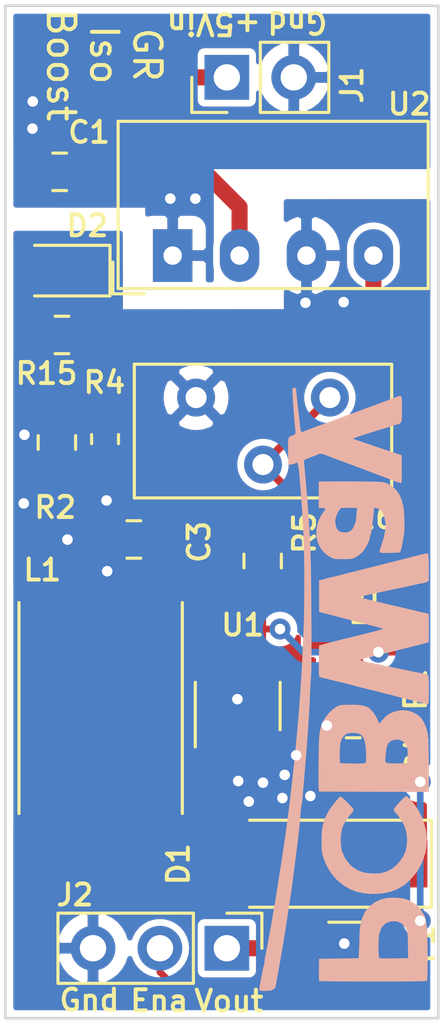
<source format=kicad_pcb>
(kicad_pcb (version 20171130) (host pcbnew "(5.1.2-1)-1")

  (general
    (thickness 1.6)
    (drawings 10)
    (tracks 79)
    (zones 0)
    (modules 19)
    (nets 13)
  )

  (page A4)
  (layers
    (0 F.Cu signal)
    (31 B.Cu signal)
    (32 B.Adhes user hide)
    (33 F.Adhes user hide)
    (34 B.Paste user hide)
    (35 F.Paste user hide)
    (36 B.SilkS user hide)
    (37 F.SilkS user)
    (38 B.Mask user hide)
    (39 F.Mask user hide)
    (40 Dwgs.User user hide)
    (41 Cmts.User user hide)
    (42 Eco1.User user hide)
    (43 Eco2.User user hide)
    (44 Edge.Cuts user)
    (45 Margin user hide)
    (46 B.CrtYd user hide)
    (47 F.CrtYd user hide)
    (48 B.Fab user hide)
    (49 F.Fab user hide)
  )

  (setup
    (last_trace_width 0.6096)
    (user_trace_width 0.2032)
    (user_trace_width 0.254)
    (user_trace_width 0.3048)
    (user_trace_width 0.4064)
    (user_trace_width 0.6096)
    (user_trace_width 1.016)
    (trace_clearance 0.2)
    (zone_clearance 0.254)
    (zone_45_only no)
    (trace_min 0.1524)
    (via_size 0.8)
    (via_drill 0.4)
    (via_min_size 0.658)
    (via_min_drill 0.3)
    (uvia_size 0.3)
    (uvia_drill 0.1)
    (uvias_allowed no)
    (uvia_min_size 0.2)
    (uvia_min_drill 0.1)
    (edge_width 0.15)
    (segment_width 0.2)
    (pcb_text_width 0.3)
    (pcb_text_size 1.5 1.5)
    (mod_edge_width 0.15)
    (mod_text_size 0.8 0.8)
    (mod_text_width 0.15)
    (pad_size 1.7 1.7)
    (pad_drill 1)
    (pad_to_mask_clearance 0)
    (solder_mask_min_width 0.0762)
    (aux_axis_origin 0 0)
    (grid_origin 88.011 136.271)
    (visible_elements FFFFFF7F)
    (pcbplotparams
      (layerselection 0x010f0_ffffffff)
      (usegerberextensions false)
      (usegerberattributes false)
      (usegerberadvancedattributes false)
      (creategerberjobfile false)
      (excludeedgelayer true)
      (linewidth 0.152400)
      (plotframeref false)
      (viasonmask false)
      (mode 1)
      (useauxorigin false)
      (hpglpennumber 1)
      (hpglpenspeed 20)
      (hpglpendiameter 15.000000)
      (psnegative false)
      (psa4output false)
      (plotreference true)
      (plotvalue false)
      (plotinvisibletext false)
      (padsonsilk false)
      (subtractmaskfromsilk false)
      (outputformat 1)
      (mirror false)
      (drillshape 0)
      (scaleselection 1)
      (outputdirectory "Output/V1.1"))
  )

  (net 0 "")
  (net 1 GNDREF)
  (net 2 "Net-(D2-Pad2)")
  (net 3 "Net-(C4-Pad1)")
  (net 4 "Net-(D1-Pad2)")
  (net 5 "Net-(R1-Pad1)")
  (net 6 /+5Vin)
  (net 7 /Gnd_In)
  (net 8 "Net-(C3-Pad1)")
  (net 9 "Net-(F1-Pad1)")
  (net 10 /Ena)
  (net 11 /+5V_ISO)
  (net 12 "Net-(R3-Pad1)")

  (net_class Default "This is the default net class."
    (clearance 0.2)
    (trace_width 0.25)
    (via_dia 0.8)
    (via_drill 0.4)
    (uvia_dia 0.3)
    (uvia_drill 0.1)
    (add_net /+5V_ISO)
    (add_net /+5Vin)
    (add_net /Ena)
    (add_net /Gnd_In)
    (add_net GNDREF)
    (add_net "Net-(C3-Pad1)")
    (add_net "Net-(C4-Pad1)")
    (add_net "Net-(D1-Pad2)")
    (add_net "Net-(D2-Pad2)")
    (add_net "Net-(F1-Pad1)")
    (add_net "Net-(R1-Pad1)")
    (add_net "Net-(R3-Pad1)")
  )

  (net_class PWR ""
    (clearance 0.254)
    (trace_width 0.508)
    (via_dia 0.8)
    (via_drill 0.4)
    (uvia_dia 0.3)
    (uvia_drill 0.1)
  )

  (net_class Signals ""
    (clearance 0.254)
    (trace_width 0.4064)
    (via_dia 0.8)
    (via_drill 0.4)
    (uvia_dia 0.3)
    (uvia_drill 0.1)
  )

  (module "_Custom_Footprints:pcb way logo" locked (layer B.Cu) (tedit 0) (tstamp 6275878B)
    (at 101.5619 78.5749 90)
    (fp_text reference G*** (at 0 0 90) (layer B.SilkS) hide
      (effects (font (size 1.524 1.524) (thickness 0.3)) (justify mirror))
    )
    (fp_text value LOGO (at 0.75 0 90) (layer B.SilkS) hide
      (effects (font (size 1.524 1.524) (thickness 0.3)) (justify mirror))
    )
    (fp_poly (pts (xy -5.560911 3.803272) (xy -5.401501 3.788201) (xy -5.361481 3.782119) (xy -5.076571 3.712881)
      (xy -4.795154 3.603568) (xy -4.529552 3.460411) (xy -4.292089 3.289645) (xy -4.172403 3.180698)
      (xy -4.104182 3.111351) (xy -4.067054 3.067069) (xy -4.056004 3.037177) (xy -4.066021 3.011004)
      (xy -4.082614 2.98951) (xy -4.145914 2.918544) (xy -4.226202 2.837772) (xy -4.314442 2.755176)
      (xy -4.401595 2.678736) (xy -4.478625 2.616435) (xy -4.536493 2.576255) (xy -4.562821 2.5654)
      (xy -4.611019 2.583036) (xy -4.669978 2.627085) (xy -4.687898 2.644802) (xy -4.765385 2.713937)
      (xy -4.873187 2.793114) (xy -4.995161 2.871822) (xy -5.115163 2.939552) (xy -5.204077 2.980846)
      (xy -5.433434 3.047431) (xy -5.676004 3.074538) (xy -5.9055 3.060961) (xy -6.008013 3.043887)
      (xy -6.095873 3.026926) (xy -6.152947 3.013246) (xy -6.1595 3.01109) (xy -6.334764 2.928043)
      (xy -6.505094 2.813034) (xy -6.658737 2.676321) (xy -6.783938 2.528159) (xy -6.859486 2.4003)
      (xy -6.918748 2.264428) (xy -6.956631 2.151699) (xy -6.977719 2.041597) (xy -6.986598 1.913602)
      (xy -6.987951 1.825497) (xy -6.975849 1.585018) (xy -6.935027 1.377938) (xy -6.862071 1.193607)
      (xy -6.753568 1.021377) (xy -6.714078 0.971088) (xy -6.653022 0.907088) (xy -6.572446 0.836536)
      (xy -6.484014 0.768037) (xy -6.399391 0.710197) (xy -6.33024 0.671621) (xy -6.292974 0.6604)
      (xy -6.243816 0.646042) (xy -6.23443 0.639417) (xy -6.162525 0.601646) (xy -6.051915 0.573469)
      (xy -5.913856 0.555281) (xy -5.759604 0.547474) (xy -5.600413 0.550441) (xy -5.447539 0.564576)
      (xy -5.312237 0.59027) (xy -5.260917 0.605425) (xy -5.107137 0.671914) (xy -4.942548 0.767067)
      (xy -4.78661 0.878755) (xy -4.69571 0.957705) (xy -4.628347 1.011261) (xy -4.571856 1.036723)
      (xy -4.55601 1.037218) (xy -4.52428 1.017224) (xy -4.467719 0.968773) (xy -4.394591 0.900253)
      (xy -4.313161 0.820054) (xy -4.231693 0.736565) (xy -4.158452 0.658174) (xy -4.101702 0.59327)
      (xy -4.069709 0.550244) (xy -4.065589 0.539418) (xy -4.086112 0.510392) (xy -4.139138 0.459079)
      (xy -4.215794 0.392666) (xy -4.307208 0.31834) (xy -4.404508 0.243287) (xy -4.498819 0.174696)
      (xy -4.581271 0.119752) (xy -4.591249 0.113626) (xy -4.791482 0.003248) (xy -4.983731 -0.077389)
      (xy -5.181082 -0.131596) (xy -5.396619 -0.162684) (xy -5.64343 -0.173966) (xy -5.7277 -0.173965)
      (xy -5.862372 -0.172168) (xy -5.983352 -0.169393) (xy -6.07926 -0.165985) (xy -6.138712 -0.162287)
      (xy -6.1468 -0.161319) (xy -6.375963 -0.106574) (xy -6.613318 -0.013754) (xy -6.844756 0.109575)
      (xy -7.056167 0.255847) (xy -7.23344 0.417494) (xy -7.2406 0.425239) (xy -7.431262 0.662584)
      (xy -7.575989 0.91087) (xy -7.676975 1.175961) (xy -7.736416 1.463719) (xy -7.756507 1.78001)
      (xy -7.756496 1.8034) (xy -7.736786 2.124543) (xy -7.679727 2.414522) (xy -7.584026 2.67796)
      (xy -7.448391 2.919476) (xy -7.441557 2.929567) (xy -7.361341 3.030988) (xy -7.252021 3.147527)
      (xy -7.127068 3.266597) (xy -6.999958 3.37561) (xy -6.884164 3.461979) (xy -6.8453 3.486617)
      (xy -6.739634 3.545704) (xy -6.62761 3.602647) (xy -6.520935 3.652104) (xy -6.431316 3.688736)
      (xy -6.370457 3.7072) (xy -6.359195 3.7084) (xy -6.307149 3.719548) (xy -6.279806 3.731066)
      (xy -6.187409 3.762905) (xy -6.057033 3.786728) (xy -5.900965 3.801853) (xy -5.731495 3.807595)
      (xy -5.560911 3.803272)) (layer B.SilkS) (width 0.01))
    (fp_poly (pts (xy 2.532456 3.889832) (xy 2.657716 3.888599) (xy 2.760042 3.886628) (xy 2.830218 3.883908)
      (xy 2.859028 3.880425) (xy 2.859131 3.880335) (xy 2.870932 3.849669) (xy 2.886371 3.786168)
      (xy 2.894808 3.743361) (xy 2.914947 3.643707) (xy 2.937976 3.544555) (xy 2.944905 3.5179)
      (xy 2.967687 3.428532) (xy 2.992133 3.324997) (xy 3.000082 3.2893) (xy 3.021346 3.193811)
      (xy 3.042446 3.102438) (xy 3.0494 3.0734) (xy 3.069674 2.990274) (xy 3.093142 2.894069)
      (xy 3.098966 2.8702) (xy 3.119846 2.781561) (xy 3.144823 2.671285) (xy 3.162504 2.5908)
      (xy 3.186527 2.483626) (xy 3.217016 2.353188) (xy 3.247891 2.225449) (xy 3.251763 2.2098)
      (xy 3.279067 2.09902) (xy 3.304077 1.996127) (xy 3.322385 1.91929) (xy 3.325692 1.905)
      (xy 3.370361 1.711357) (xy 3.405943 1.562349) (xy 3.434031 1.452947) (xy 3.456219 1.378121)
      (xy 3.474099 1.332842) (xy 3.489267 1.312082) (xy 3.503315 1.31081) (xy 3.511903 1.317344)
      (xy 3.532784 1.356941) (xy 3.552951 1.423368) (xy 3.556475 1.439407) (xy 3.566748 1.489444)
      (xy 3.578581 1.54598) (xy 3.59377 1.617408) (xy 3.614111 1.712121) (xy 3.6414 1.838512)
      (xy 3.677433 2.004974) (xy 3.683288 2.032) (xy 3.72666 2.233467) (xy 3.769819 2.436234)
      (xy 3.808996 2.622505) (xy 3.836623 2.7559) (xy 3.852659 2.832388) (xy 3.876453 2.943748)
      (xy 3.904813 3.075248) (xy 3.934547 3.212156) (xy 3.962463 3.339738) (xy 3.985368 3.443262)
      (xy 3.990713 3.4671) (xy 4.010052 3.559329) (xy 4.026819 3.649305) (xy 4.028207 3.6576)
      (xy 4.055076 3.774527) (xy 4.089715 3.85244) (xy 4.129567 3.885945) (xy 4.136931 3.886841)
      (xy 4.345495 3.88905) (xy 4.54253 3.889209) (xy 4.721766 3.88747) (xy 4.876936 3.883988)
      (xy 5.001773 3.878914) (xy 5.090008 3.872402) (xy 5.135374 3.864605) (xy 5.139404 3.862356)
      (xy 5.145247 3.849252) (xy 5.146076 3.823156) (xy 5.140926 3.779807) (xy 5.128834 3.714939)
      (xy 5.108838 3.624291) (xy 5.079975 3.503597) (xy 5.04128 3.348596) (xy 4.991792 3.155022)
      (xy 4.930548 2.918613) (xy 4.898082 2.794) (xy 4.865476 2.667856) (xy 4.83542 2.549524)
      (xy 4.811568 2.453503) (xy 4.798909 2.4003) (xy 4.775787 2.303417) (xy 4.750453 2.204447)
      (xy 4.748478 2.1971) (xy 4.72461 2.105348) (xy 4.702627 2.015622) (xy 4.700529 2.0066)
      (xy 4.684254 1.939014) (xy 4.659926 1.841453) (xy 4.632337 1.733091) (xy 4.627545 1.7145)
      (xy 4.574801 1.509431) (xy 4.526752 1.320887) (xy 4.485181 1.155968) (xy 4.451871 1.021776)
      (xy 4.428604 0.925408) (xy 4.420272 0.889) (xy 4.40403 0.821688) (xy 4.378762 0.72453)
      (xy 4.349429 0.61652) (xy 4.343963 0.5969) (xy 4.313978 0.486584) (xy 4.286853 0.381281)
      (xy 4.267782 0.301257) (xy 4.265814 0.2921) (xy 4.247455 0.204485) (xy 4.230429 0.123255)
      (xy 4.228551 0.1143) (xy 4.209852 0.04085) (xy 4.19199 -0.0127) (xy 4.173206 -0.070618)
      (xy 4.153088 -0.148808) (xy 4.149453 -0.1651) (xy 4.1275 -0.2667) (xy 2.938047 -0.2667)
      (xy 2.893177 -0.0889) (xy 2.868086 0.009446) (xy 2.83473 0.138709) (xy 2.797818 0.280692)
      (xy 2.76824 0.3937) (xy 2.735111 0.520353) (xy 2.704769 0.637322) (xy 2.680656 0.731281)
      (xy 2.666575 0.7874) (xy 2.644522 0.873764) (xy 2.619149 0.967425) (xy 2.6162 0.9779)
      (xy 2.591168 1.069487) (xy 2.568004 1.159124) (xy 2.56572 1.1684) (xy 2.548617 1.235871)
      (xy 2.523171 1.333261) (xy 2.494379 1.441473) (xy 2.489262 1.4605) (xy 2.458044 1.578672)
      (xy 2.427239 1.699113) (xy 2.403136 1.797197) (xy 2.401672 1.8034) (xy 2.366409 1.941706)
      (xy 2.333436 2.049421) (xy 2.304562 2.122787) (xy 2.281593 2.158044) (xy 2.266338 2.151435)
      (xy 2.260605 2.0992) (xy 2.2606 2.096696) (xy 2.250875 2.020759) (xy 2.237845 1.976046)
      (xy 2.216552 1.912822) (xy 2.193209 1.831697) (xy 2.18914 1.8161) (xy 2.164181 1.718938)
      (xy 2.138513 1.619802) (xy 2.136715 1.6129) (xy 2.105263 1.490582) (xy 2.071717 1.357498)
      (xy 2.040364 1.230881) (xy 2.015491 1.127962) (xy 2.00715 1.0922) (xy 1.979587 0.975023)
      (xy 1.9433 0.825859) (xy 1.901119 0.655861) (xy 1.855878 0.476179) (xy 1.810407 0.297964)
      (xy 1.767539 0.132369) (xy 1.730106 -0.009457) (xy 1.700939 -0.116362) (xy 1.694299 -0.1397)
      (xy 1.657617 -0.2667) (xy 1.069491 -0.273519) (xy 0.872546 -0.275198) (xy 0.721329 -0.274957)
      (xy 0.610798 -0.27258) (xy 0.535909 -0.267853) (xy 0.491621 -0.260563) (xy 0.47289 -0.250495)
      (xy 0.471765 -0.248119) (xy 0.460509 -0.205967) (xy 0.442497 -0.134359) (xy 0.431364 -0.0889)
      (xy 0.408486 0.002528) (xy 0.386331 0.086547) (xy 0.378578 0.1143) (xy 0.363845 0.169982)
      (xy 0.341079 0.261377) (xy 0.313671 0.3747) (xy 0.291144 0.4699) (xy 0.259688 0.604058)
      (xy 0.236509 0.70208) (xy 0.218289 0.777292) (xy 0.201711 0.843018) (xy 0.183458 0.912583)
      (xy 0.160214 0.999311) (xy 0.148882 1.0414) (xy 0.117117 1.160106) (xy 0.0908 1.260746)
      (xy 0.064449 1.364659) (xy 0.032584 1.493186) (xy 0.026561 1.51765) (xy 0.001936 1.617732)
      (xy -0.023503 1.721121) (xy -0.026562 1.73355) (xy -0.062832 1.879468) (xy -0.091806 1.99217)
      (xy -0.117699 2.087917) (xy -0.126945 2.1209) (xy -0.151296 2.214274) (xy -0.175148 2.316539)
      (xy -0.179472 2.3368) (xy -0.202089 2.433961) (xy -0.230564 2.541967) (xy -0.240947 2.5781)
      (xy -0.261252 2.650877) (xy -0.288878 2.756031) (xy -0.321933 2.885733) (xy -0.35852 3.032157)
      (xy -0.396745 3.187475) (xy -0.434712 3.343858) (xy -0.470528 3.49348) (xy -0.502296 3.628511)
      (xy -0.528122 3.741125) (xy -0.546111 3.823494) (xy -0.554369 3.86779) (xy -0.554459 3.873179)
      (xy -0.523918 3.878961) (xy -0.45192 3.883555) (xy -0.347737 3.886966) (xy -0.220638 3.889198)
      (xy -0.079893 3.890258) (xy 0.065228 3.890149) (xy 0.205456 3.888878) (xy 0.33152 3.886448)
      (xy 0.434151 3.882866) (xy 0.504078 3.878137) (xy 0.53178 3.87258) (xy 0.547402 3.846288)
      (xy 0.564882 3.793606) (xy 0.585844 3.708127) (xy 0.611912 3.58344) (xy 0.634504 3.4671)
      (xy 0.654403 3.365556) (xy 0.680383 3.237027) (xy 0.708666 3.099806) (xy 0.735475 2.97219)
      (xy 0.757031 2.872473) (xy 0.760377 2.8575) (xy 0.77832 2.774039) (xy 0.799698 2.669324)
      (xy 0.812631 2.6035) (xy 0.832633 2.503627) (xy 0.852741 2.409423) (xy 0.8636 2.3622)
      (xy 0.880611 2.286843) (xy 0.901294 2.187928) (xy 0.914568 2.1209) (xy 0.934794 2.017764)
      (xy 0.955077 1.917249) (xy 0.965565 1.8669) (xy 0.982392 1.78543) (xy 1.003342 1.680704)
      (xy 1.018543 1.60292) (xy 1.040573 1.500504) (xy 1.065117 1.403678) (xy 1.081736 1.34892)
      (xy 1.101631 1.298561) (xy 1.116971 1.287401) (xy 1.133013 1.318881) (xy 1.155009 1.396442)
      (xy 1.155156 1.397) (xy 1.173674 1.466752) (xy 1.195299 1.547245) (xy 1.195882 1.5494)
      (xy 1.218315 1.636652) (xy 1.240966 1.730949) (xy 1.243013 1.7399) (xy 1.260969 1.814112)
      (xy 1.287227 1.916925) (xy 1.316569 2.027975) (xy 1.321081 2.0447) (xy 1.350151 2.155161)
      (xy 1.376501 2.260569) (xy 1.395068 2.340579) (xy 1.396944 2.3495) (xy 1.409668 2.405685)
      (xy 1.43209 2.498761) (xy 1.462353 2.621461) (xy 1.498601 2.766515) (xy 1.538978 2.926655)
      (xy 1.581626 3.094614) (xy 1.624689 3.263123) (xy 1.666311 3.424914) (xy 1.704635 3.572717)
      (xy 1.737804 3.699266) (xy 1.763962 3.797292) (xy 1.781252 3.859527) (xy 1.787604 3.878872)
      (xy 1.815362 3.882449) (xy 1.884695 3.885376) (xy 1.986389 3.887641) (xy 2.111228 3.889232)
      (xy 2.249996 3.890136) (xy 2.393477 3.89034) (xy 2.532456 3.889832)) (layer B.SilkS) (width 0.01))
    (fp_poly (pts (xy -10.126591 3.844228) (xy -9.929313 3.843139) (xy -9.735945 3.841192) (xy -9.553325 3.838394)
      (xy -9.38829 3.834755) (xy -9.247678 3.830284) (xy -9.138327 3.824989) (xy -9.1313 3.824541)
      (xy -8.956587 3.810675) (xy -8.820741 3.793302) (xy -8.711841 3.770008) (xy -8.617965 3.738376)
      (xy -8.5471 3.706161) (xy -8.339348 3.575875) (xy -8.169537 3.411834) (xy -8.037919 3.214314)
      (xy -7.972923 3.067989) (xy -7.940297 2.945556) (xy -7.917438 2.789796) (xy -7.905442 2.617438)
      (xy -7.905406 2.44521) (xy -7.918428 2.289839) (xy -7.920839 2.273633) (xy -7.978841 2.053731)
      (xy -8.078306 1.848794) (xy -8.213134 1.667826) (xy -8.377223 1.519831) (xy -8.473314 1.458208)
      (xy -8.658103 1.371987) (xy -8.859803 1.312819) (xy -9.08855 1.278442) (xy -9.331367 1.266769)
      (xy -9.489371 1.263875) (xy -9.664856 1.258708) (xy -9.831707 1.252114) (xy -9.9187 1.247719)
      (xy -10.1981 1.2319) (xy -10.2235 -0.2667) (xy -10.631411 -0.273655) (xy -10.77054 -0.27497)
      (xy -10.891505 -0.274108) (xy -10.985333 -0.271294) (xy -11.04305 -0.266751) (xy -11.056861 -0.263072)
      (xy -11.059598 -0.235523) (xy -11.062204 -0.161025) (xy -11.064646 -0.04343) (xy -11.066891 0.113411)
      (xy -11.068906 0.305646) (xy -11.070657 0.529424) (xy -11.072113 0.780894) (xy -11.073239 1.056204)
      (xy -11.074003 1.351503) (xy -11.074371 1.662939) (xy -11.0744 1.780735) (xy -11.074244 2.164842)
      (xy -11.074084 2.273478) (xy -10.206686 2.273478) (xy -10.205711 2.153396) (xy -10.203623 2.065736)
      (xy -10.200501 2.018535) (xy -10.19943 2.013607) (xy -10.170509 2.001425) (xy -10.100654 1.991956)
      (xy -9.999658 1.985252) (xy -9.87732 1.981367) (xy -9.743433 1.980352) (xy -9.607793 1.98226)
      (xy -9.480196 1.987143) (xy -9.370437 1.995054) (xy -9.288312 2.006046) (xy -9.275898 2.008657)
      (xy -9.094353 2.069302) (xy -8.955111 2.157988) (xy -8.857953 2.274965) (xy -8.802659 2.420484)
      (xy -8.7884 2.56289) (xy -8.792343 2.646367) (xy -8.802568 2.7078) (xy -8.8138 2.7305)
      (xy -8.835581 2.766536) (xy -8.8392 2.792544) (xy -8.857061 2.834911) (xy -8.902809 2.893041)
      (xy -8.940235 2.930168) (xy -9.005333 2.985814) (xy -9.066813 3.028095) (xy -9.133035 3.058917)
      (xy -9.21236 3.080186) (xy -9.313151 3.093808) (xy -9.443767 3.101691) (xy -9.612571 3.105741)
      (xy -9.7155 3.106939) (xy -10.1981 3.1115) (xy -10.204983 2.578757) (xy -10.20647 2.417944)
      (xy -10.206686 2.273478) (xy -11.074084 2.273478) (xy -11.073747 2.500914) (xy -11.072867 2.791711)
      (xy -11.071559 3.039997) (xy -11.069782 3.248535) (xy -11.067493 3.420088) (xy -11.064649 3.557417)
      (xy -11.061207 3.663286) (xy -11.057123 3.740457) (xy -11.052356 3.791693) (xy -11.046863 3.819757)
      (xy -11.04265 3.827039) (xy -11.009458 3.832215) (xy -10.932311 3.83647) (xy -10.818049 3.839811)
      (xy -10.673508 3.842249) (xy -10.505526 3.843791) (xy -10.320941 3.844448) (xy -10.126591 3.844228)) (layer B.SilkS) (width 0.01))
    (fp_poly (pts (xy -2.826161 3.888604) (xy -2.547899 3.885702) (xy -2.298297 3.881231) (xy -2.081536 3.875271)
      (xy -1.901796 3.867901) (xy -1.76326 3.859201) (xy -1.670106 3.849252) (xy -1.652043 3.846118)
      (xy -1.511814 3.809359) (xy -1.36666 3.756716) (xy -1.233173 3.695249) (xy -1.127946 3.632021)
      (xy -1.102665 3.612326) (xy -0.971639 3.468909) (xy -0.874304 3.295237) (xy -0.814414 3.102098)
      (xy -0.795727 2.90028) (xy -0.808041 2.766075) (xy -0.85569 2.566701) (xy -0.928239 2.401811)
      (xy -1.03359 2.258017) (xy -1.179645 2.121929) (xy -1.19592 2.108919) (xy -1.314522 2.015169)
      (xy -1.149826 1.94342) (xy -0.999404 1.865906) (xy -0.86345 1.773398) (xy -0.754307 1.675281)
      (xy -0.692679 1.595897) (xy -0.643674 1.485989) (xy -0.610219 1.343592) (xy -0.591599 1.163695)
      (xy -0.587101 0.94129) (xy -0.588446 0.8636) (xy -0.592987 0.719002) (xy -0.59942 0.614043)
      (xy -0.609397 0.537564) (xy -0.624572 0.478406) (xy -0.646597 0.425408) (xy -0.656151 0.4064)
      (xy -0.753876 0.260044) (xy -0.889112 0.116632) (xy -1.049198 -0.012941) (xy -1.221469 -0.117778)
      (xy -1.31437 -0.159979) (xy -1.391698 -0.188515) (xy -1.470346 -0.212198) (xy -1.55594 -0.231518)
      (xy -1.654109 -0.246962) (xy -1.770477 -0.259017) (xy -1.910673 -0.268171) (xy -2.080323 -0.274912)
      (xy -2.285053 -0.279728) (xy -2.530491 -0.283105) (xy -2.757815 -0.285084) (xy -2.977534 -0.286331)
      (xy -3.18365 -0.286837) (xy -3.370072 -0.286637) (xy -3.530713 -0.285766) (xy -3.659482 -0.284259)
      (xy -3.750292 -0.28215) (xy -3.797052 -0.279474) (xy -3.799215 -0.279151) (xy -3.8735 -0.266203)
      (xy -3.878041 1.184547) (xy -2.818582 1.184547) (xy -2.817073 1.021154) (xy -2.816858 1.00502)
      (xy -2.814295 0.856885) (xy -2.810974 0.726325) (xy -2.807198 0.621829) (xy -2.803269 0.551884)
      (xy -2.7998 0.525388) (xy -2.771866 0.518289) (xy -2.702553 0.512947) (xy -2.601262 0.509762)
      (xy -2.477397 0.509135) (xy -2.429524 0.509607) (xy -2.265057 0.513623) (xy -2.14102 0.521235)
      (xy -2.047109 0.533535) (xy -1.973015 0.551613) (xy -1.9466 0.560712) (xy -1.812717 0.625543)
      (xy -1.721436 0.707944) (xy -1.66763 0.815751) (xy -1.646173 0.956802) (xy -1.64544 1.021055)
      (xy -1.656934 1.158) (xy -1.689294 1.267668) (xy -1.747132 1.353053) (xy -1.835059 1.417148)
      (xy -1.957686 1.462946) (xy -2.119625 1.493441) (xy -2.325487 1.511627) (xy -2.407225 1.515575)
      (xy -2.557358 1.520242) (xy -2.663947 1.519852) (xy -2.734033 1.51405) (xy -2.774655 1.502482)
      (xy -2.783707 1.496603) (xy -2.797929 1.477928) (xy -2.808051 1.444461) (xy -2.814549 1.389125)
      (xy -2.8179 1.304845) (xy -2.818582 1.184547) (xy -3.878041 1.184547) (xy -3.879999 1.809999)
      (xy -3.88244 2.590112) (xy -2.813181 2.590112) (xy -2.810644 2.467993) (xy -2.805187 2.370719)
      (xy -2.797283 2.309616) (xy -2.79461 2.300304) (xy -2.783084 2.271876) (xy -2.768266 2.252865)
      (xy -2.741647 2.242352) (xy -2.694719 2.239416) (xy -2.618975 2.243138) (xy -2.505906 2.252598)
      (xy -2.422709 2.260096) (xy -2.259121 2.280214) (xy -2.137508 2.309326) (xy -2.049305 2.351297)
      (xy -1.985948 2.409991) (xy -1.945487 2.475399) (xy -1.902792 2.61068) (xy -1.902858 2.746357)
      (xy -1.942613 2.871848) (xy -2.018982 2.976572) (xy -2.109711 3.041016) (xy -2.165453 3.066011)
      (xy -2.221264 3.081986) (xy -2.289857 3.090538) (xy -2.383946 3.093267) (xy -2.513896 3.091816)
      (xy -2.805291 3.0861) (xy -2.812327 2.725754) (xy -2.813181 2.590112) (xy -3.88244 2.590112)
      (xy -3.886497 3.8862) (xy -3.791099 3.887089) (xy -3.451942 3.889377) (xy -3.128903 3.889855)
      (xy -2.826161 3.888604)) (layer B.SilkS) (width 0.01))
    (fp_poly (pts (xy 6.374051 2.963366) (xy 6.534973 2.958054) (xy 6.687105 2.949813) (xy 6.818563 2.938907)
      (xy 6.9088 2.927132) (xy 7.166464 2.864128) (xy 7.386143 2.769718) (xy 7.56685 2.644696)
      (xy 7.707601 2.489858) (xy 7.807409 2.305998) (xy 7.85082 2.167245) (xy 7.856694 2.116434)
      (xy 7.861997 2.019777) (xy 7.866681 1.882223) (xy 7.870695 1.708723) (xy 7.873989 1.504228)
      (xy 7.876515 1.273689) (xy 7.878221 1.022055) (xy 7.879059 0.754277) (xy 7.878978 0.475307)
      (xy 7.877928 0.190094) (xy 7.87586 -0.096411) (xy 7.874744 -0.20955) (xy 7.874 -0.2794)
      (xy 6.8834 -0.2794) (xy 6.881614 -0.18415) (xy 6.875988 -0.087279) (xy 6.859568 -0.037279)
      (xy 6.826213 -0.030437) (xy 6.769778 -0.063037) (xy 6.730917 -0.093022) (xy 6.528512 -0.224926)
      (xy 6.305413 -0.316199) (xy 6.070831 -0.364866) (xy 5.833973 -0.368954) (xy 5.620289 -0.331176)
      (xy 5.41391 -0.248277) (xy 5.235986 -0.123391) (xy 5.087186 0.042941) (xy 5.014508 0.158159)
      (xy 4.984619 0.214355) (xy 4.964065 0.263604) (xy 4.951101 0.317165) (xy 4.943982 0.386294)
      (xy 4.940965 0.482249) (xy 4.940303 0.616287) (xy 4.9403 0.637007) (xy 4.940719 0.754567)
      (xy 5.939747 0.754567) (xy 5.945868 0.621594) (xy 5.949934 0.60325) (xy 5.985283 0.499964)
      (xy 6.038919 0.43254) (xy 6.124436 0.386614) (xy 6.169343 0.371435) (xy 6.275488 0.343441)
      (xy 6.362466 0.335245) (xy 6.453554 0.346858) (xy 6.54929 0.371648) (xy 6.64924 0.40918)
      (xy 6.745627 0.459168) (xy 6.78815 0.488082) (xy 6.8834 0.563069) (xy 6.8834 1.175704)
      (xy 6.67385 1.156668) (xy 6.571854 1.147871) (xy 6.486772 1.141384) (xy 6.433388 1.138311)
      (xy 6.4262 1.138211) (xy 6.363068 1.126765) (xy 6.274708 1.096245) (xy 6.179029 1.054403)
      (xy 6.093942 1.008994) (xy 6.041338 0.971591) (xy 5.972709 0.875821) (xy 5.939747 0.754567)
      (xy 4.940719 0.754567) (xy 4.940799 0.776953) (xy 4.943465 0.877469) (xy 4.950044 0.949922)
      (xy 4.962286 1.00568) (xy 4.98194 1.056111) (xy 5.010753 1.112582) (xy 5.014534 1.119607)
      (xy 5.077448 1.217687) (xy 5.1574 1.318344) (xy 5.205034 1.368558) (xy 5.285856 1.433962)
      (xy 5.389578 1.501342) (xy 5.502645 1.563625) (xy 5.6115 1.613736) (xy 5.702589 1.644604)
      (xy 5.746355 1.651) (xy 5.803451 1.659476) (xy 5.83057 1.67261) (xy 5.865458 1.685566)
      (xy 5.937495 1.701337) (xy 6.033337 1.717163) (xy 6.0706 1.722278) (xy 6.205962 1.739909)
      (xy 6.35533 1.759424) (xy 6.486908 1.776669) (xy 6.4897 1.777036) (xy 6.600417 1.789978)
      (xy 6.704469 1.799414) (xy 6.781362 1.803521) (xy 6.78815 1.803568) (xy 6.851035 1.807548)
      (xy 6.877931 1.826093) (xy 6.8834 1.865449) (xy 6.863629 1.950347) (xy 6.812914 2.041152)
      (xy 6.744146 2.118098) (xy 6.697419 2.150531) (xy 6.612845 2.183516) (xy 6.497012 2.21509)
      (xy 6.369385 2.241073) (xy 6.249429 2.257284) (xy 6.184899 2.2606) (xy 6.081305 2.252234)
      (xy 5.945471 2.229454) (xy 5.792701 2.195742) (xy 5.6383 2.154581) (xy 5.497572 2.109451)
      (xy 5.461 2.095925) (xy 5.373424 2.066142) (xy 5.290712 2.044044) (xy 5.267809 2.039656)
      (xy 5.216272 2.035367) (xy 5.191528 2.052825) (xy 5.179982 2.104872) (xy 5.177551 2.124899)
      (xy 5.174134 2.190438) (xy 5.173761 2.291548) (xy 5.176326 2.413097) (xy 5.180242 2.511177)
      (xy 5.1943 2.799853) (xy 5.2832 2.832329) (xy 5.353341 2.852546) (xy 5.452663 2.874639)
      (xy 5.559974 2.893905) (xy 5.5626 2.894313) (xy 5.677861 2.913091) (xy 5.793439 2.93341)
      (xy 5.8801 2.950033) (xy 5.957361 2.959082) (xy 6.073362 2.964145) (xy 6.216219 2.965484)
      (xy 6.374051 2.963366)) (layer B.SilkS) (width 0.01))
    (fp_poly (pts (xy 10.941751 2.86953) (xy 11.034044 2.863302) (xy 11.090937 2.848355) (xy 11.117548 2.821094)
      (xy 11.118996 2.777928) (xy 11.1004 2.715261) (xy 11.06688 2.629502) (xy 11.046612 2.5781)
      (xy 11.003013 2.464628) (xy 10.960072 2.350996) (xy 10.926076 2.259161) (xy 10.922 2.2479)
      (xy 10.890423 2.161388) (xy 10.849025 2.049481) (xy 10.805991 1.934288) (xy 10.799753 1.9177)
      (xy 10.752167 1.790368) (xy 10.700245 1.650019) (xy 10.655045 1.526542) (xy 10.654122 1.524)
      (xy 10.616622 1.421965) (xy 10.581593 1.328856) (xy 10.555917 1.262934) (xy 10.553619 1.2573)
      (xy 10.530664 1.197148) (xy 10.498007 1.106187) (xy 10.461877 1.001846) (xy 10.453769 0.9779)
      (xy 10.416205 0.867189) (xy 10.388152 0.787235) (xy 10.363191 0.720559) (xy 10.3349 0.649682)
      (xy 10.318485 0.6096) (xy 10.294763 0.548093) (xy 10.263994 0.46356) (xy 10.248367 0.4191)
      (xy 10.216029 0.328884) (xy 10.184411 0.245514) (xy 10.172459 0.2159) (xy 10.13949 0.133185)
      (xy 10.113576 0.0635) (xy 10.060957 -0.083985) (xy 10.005294 -0.238058) (xy 9.949596 -0.3906)
      (xy 9.896869 -0.533493) (xy 9.850123 -0.658618) (xy 9.812364 -0.757855) (xy 9.786601 -0.823087)
      (xy 9.777295 -0.844205) (xy 9.754822 -0.894763) (xy 9.754404 -0.931413) (xy 9.782027 -0.957549)
      (xy 9.843676 -0.976565) (xy 9.945338 -0.991853) (xy 10.0584 -1.003577) (xy 10.154068 -1.013432)
      (xy 10.28116 -1.027601) (xy 10.420715 -1.043932) (xy 10.5156 -1.055489) (xy 10.689517 -1.076871)
      (xy 10.82766 -1.093239) (xy 10.944623 -1.106176) (xy 11.055002 -1.117266) (xy 11.173393 -1.12809)
      (xy 11.233149 -1.133294) (xy 11.332288 -1.142985) (xy 11.391112 -1.153508) (xy 11.420014 -1.168775)
      (xy 11.429385 -1.1927) (xy 11.429999 -1.207411) (xy 11.415964 -1.258174) (xy 11.394359 -1.278241)
      (xy 11.36101 -1.279792) (xy 11.2848 -1.277645) (xy 11.173489 -1.272337) (xy 11.03484 -1.264408)
      (xy 10.876613 -1.254396) (xy 10.706569 -1.24284) (xy 10.532471 -1.230279) (xy 10.36208 -1.217251)
      (xy 10.203156 -1.204296) (xy 10.063462 -1.191951) (xy 9.950758 -1.180756) (xy 9.8933 -1.174049)
      (xy 9.80487 -1.164727) (xy 9.733206 -1.160864) (xy 9.701121 -1.162365) (xy 9.670543 -1.189154)
      (xy 9.635625 -1.249055) (xy 9.616279 -1.295641) (xy 9.597266 -1.345398) (xy 9.576233 -1.383223)
      (xy 9.546533 -1.410619) (xy 9.501522 -1.429087) (xy 9.434553 -1.440129) (xy 9.338983 -1.445248)
      (xy 9.208164 -1.445945) (xy 9.035453 -1.443723) (xy 8.9662 -1.442572) (xy 8.5217 -1.4351)
      (xy 8.526639 -1.345472) (xy 8.541657 -1.259388) (xy 8.569789 -1.182194) (xy 8.59313 -1.126869)
      (xy 8.597948 -1.092496) (xy 8.597406 -1.091402) (xy 8.566632 -1.078136) (xy 8.494993 -1.062243)
      (xy 8.392259 -1.045187) (xy 8.268202 -1.028429) (xy 8.132591 -1.013435) (xy 8.001 -1.002085)
      (xy 7.880738 -0.993106) (xy 7.732557 -0.981733) (xy 7.579169 -0.969721) (xy 7.493 -0.96285)
      (xy 7.010429 -0.925824) (xy 6.563164 -0.89557) (xy 6.138348 -0.871582) (xy 5.723121 -0.853352)
      (xy 5.304626 -0.840373) (xy 4.870005 -0.832137) (xy 4.406399 -0.828138) (xy 4.064 -0.827582)
      (xy 3.70564 -0.828459) (xy 3.376837 -0.830693) (xy 3.068014 -0.834549) (xy 2.769592 -0.840297)
      (xy 2.471992 -0.848203) (xy 2.165636 -0.858535) (xy 1.840947 -0.871562) (xy 1.488346 -0.88755)
      (xy 1.098255 -0.906768) (xy 0.9398 -0.91489) (xy 0.623408 -0.932526) (xy 0.274421 -0.954221)
      (xy -0.095155 -0.979089) (xy -0.473314 -1.006244) (xy -0.84805 -1.034797) (xy -1.207356 -1.063862)
      (xy -1.539228 -1.092553) (xy -1.8161 -1.118453) (xy -1.964562 -1.132806) (xy -2.127038 -1.148199)
      (xy -2.277416 -1.16217) (xy -2.3368 -1.167572) (xy -2.514025 -1.184428) (xy -2.732042 -1.206598)
      (xy -2.981247 -1.232996) (xy -3.252037 -1.262535) (xy -3.534808 -1.294128) (xy -3.819957 -1.326689)
      (xy -4.097881 -1.35913) (xy -4.358976 -1.390366) (xy -4.593638 -1.419309) (xy -4.792265 -1.444872)
      (xy -4.81965 -1.448522) (xy -4.948405 -1.465751) (xy -5.091174 -1.484818) (xy -5.18795 -1.49772)
      (xy -5.472592 -1.536675) (xy -5.742159 -1.575588) (xy -5.8928 -1.598426) (xy -6.103288 -1.630921)
      (xy -6.273467 -1.656851) (xy -6.413186 -1.677699) (xy -6.532297 -1.694942) (xy -6.5786 -1.701473)
      (xy -6.700755 -1.719395) (xy -6.834931 -1.740296) (xy -6.9088 -1.752401) (xy -7.02736 -1.771951)
      (xy -7.154652 -1.792293) (xy -7.2263 -1.8034) (xy -7.344215 -1.821722) (xy -7.472588 -1.842243)
      (xy -7.5311 -1.851822) (xy -7.625804 -1.867225) (xy -7.749763 -1.886994) (xy -7.882022 -1.907799)
      (xy -7.9375 -1.91643) (xy -8.076352 -1.938647) (xy -8.225299 -1.963595) (xy -8.358626 -1.986937)
      (xy -8.396499 -1.99386) (xy -8.503232 -2.013103) (xy -8.599587 -2.029466) (xy -8.667548 -2.03991)
      (xy -8.675899 -2.040991) (xy -8.713272 -2.046171) (xy -8.766917 -2.054833) (xy -8.843103 -2.068099)
      (xy -8.948101 -2.087093) (xy -9.088178 -2.112939) (xy -9.269605 -2.146759) (xy -9.3472 -2.161281)
      (xy -9.460378 -2.182322) (xy -9.582291 -2.20476) (xy -9.6266 -2.212846) (xy -9.78495 -2.241744)
      (xy -9.902302 -2.263488) (xy -9.987668 -2.279849) (xy -10.050061 -2.292596) (xy -10.098493 -2.3035)
      (xy -10.137547 -2.313188) (xy -10.222708 -2.329583) (xy -10.302451 -2.336785) (xy -10.305207 -2.3368)
      (xy -10.389259 -2.344859) (xy -10.45466 -2.359459) (xy -10.522408 -2.377393) (xy -10.614094 -2.398167)
      (xy -10.668 -2.409133) (xy -10.754195 -2.425812) (xy -10.871623 -2.448549) (xy -11.001646 -2.473736)
      (xy -11.075636 -2.488073) (xy -11.215799 -2.515642) (xy -11.31334 -2.532315) (xy -11.375922 -2.534407)
      (xy -11.411207 -2.518235) (xy -11.426859 -2.480114) (xy -11.430538 -2.41636) (xy -11.429913 -2.32329)
      (xy -11.429906 -2.31775) (xy -11.422505 -2.162627) (xy -11.398697 -2.050643) (xy -11.35584 -1.976033)
      (xy -11.291294 -1.933037) (xy -11.248185 -1.921243) (xy -11.173025 -1.907653) (xy -11.076152 -1.890428)
      (xy -11.0236 -1.881187) (xy -10.912621 -1.861549) (xy -10.790409 -1.839613) (xy -10.73785 -1.830069)
      (xy -10.519036 -1.79046) (xy -10.293835 -1.750321) (xy -10.07161 -1.711273) (xy -9.861723 -1.674935)
      (xy -9.673534 -1.642929) (xy -9.516406 -1.616876) (xy -9.399701 -1.598394) (xy -9.398 -1.598137)
      (xy -9.279182 -1.579733) (xy -9.151668 -1.559339) (xy -9.0805 -1.547618) (xy -8.848233 -1.510123)
      (xy -8.590469 -1.470995) (xy -8.4328 -1.448164) (xy -8.310512 -1.430283) (xy -8.176216 -1.409896)
      (xy -8.1026 -1.398354) (xy -7.984204 -1.379923) (xy -7.850051 -1.359726) (xy -7.7597 -1.346534)
      (xy -7.63307 -1.328344) (xy -7.493061 -1.308145) (xy -7.4041 -1.295261) (xy -7.2849 -1.27858)
      (xy -7.146108 -1.260064) (xy -7.0231 -1.244389) (xy -6.891528 -1.227993) (xy -6.7471 -1.209736)
      (xy -6.6294 -1.194644) (xy -6.504381 -1.178577) (xy -6.360295 -1.160258) (xy -6.22935 -1.143779)
      (xy -6.092834 -1.126668) (xy -5.94003 -1.107434) (xy -5.81025 -1.091028) (xy -5.611587 -1.066931)
      (xy -5.399058 -1.043047) (xy -5.18541 -1.020659) (xy -4.983395 -1.001055) (xy -4.805763 -0.985521)
      (xy -4.665262 -0.975343) (xy -4.6609 -0.975084) (xy -4.552447 -0.966681) (xy -4.458922 -0.955795)
      (xy -4.395258 -0.944304) (xy -4.3815 -0.939959) (xy -4.333971 -0.928502) (xy -4.250626 -0.916483)
      (xy -4.146384 -0.905899) (xy -4.1021 -0.90251) (xy -3.967084 -0.892391) (xy -3.809864 -0.879425)
      (xy -3.658769 -0.865973) (xy -3.6195 -0.862256) (xy -3.485673 -0.849858) (xy -3.324313 -0.835644)
      (xy -3.158541 -0.821621) (xy -3.048 -0.812655) (xy -2.887342 -0.799751) (xy -2.708169 -0.785069)
      (xy -2.53639 -0.770746) (xy -2.4384 -0.762418) (xy -2.303186 -0.751343) (xy -2.136186 -0.73848)
      (xy -1.956314 -0.725246) (xy -1.782484 -0.713054) (xy -1.7399 -0.710182) (xy -1.564178 -0.698399)
      (xy -1.371013 -0.685368) (xy -1.181737 -0.672531) (xy -1.017682 -0.661333) (xy -0.9906 -0.659474)
      (xy -0.831218 -0.649552) (xy -0.643355 -0.639458) (xy -0.449316 -0.63031) (xy -0.271404 -0.623222)
      (xy -0.254 -0.622624) (xy -0.082693 -0.615607) (xy 0.103789 -0.605934) (xy 0.284472 -0.594807)
      (xy 0.438378 -0.583429) (xy 0.4572 -0.581832) (xy 0.558902 -0.575794) (xy 0.711224 -0.570909)
      (xy 0.913997 -0.567179) (xy 1.167054 -0.564605) (xy 1.470227 -0.563187) (xy 1.823348 -0.562927)
      (xy 2.226249 -0.563826) (xy 2.678763 -0.565884) (xy 2.8194 -0.566699) (xy 3.244497 -0.569491)
      (xy 3.624182 -0.572519) (xy 3.963842 -0.575927) (xy 4.268864 -0.579858) (xy 4.544637 -0.584457)
      (xy 4.796546 -0.589867) (xy 5.029981 -0.596232) (xy 5.250328 -0.603696) (xy 5.462974 -0.612402)
      (xy 5.673308 -0.622495) (xy 5.886716 -0.634118) (xy 6.108586 -0.647415) (xy 6.2992 -0.659576)
      (xy 6.544222 -0.675725) (xy 6.760931 -0.690472) (xy 6.959533 -0.704625) (xy 7.150233 -0.718991)
      (xy 7.343241 -0.734378) (xy 7.548761 -0.751594) (xy 7.777001 -0.771447) (xy 8.038167 -0.794743)
      (xy 8.255 -0.814346) (xy 8.412969 -0.828557) (xy 8.527733 -0.838136) (xy 8.606675 -0.843058)
      (xy 8.65718 -0.843297) (xy 8.686633 -0.83883) (xy 8.702418 -0.829631) (xy 8.711919 -0.815675)
      (xy 8.713456 -0.8128) (xy 8.731032 -0.772796) (xy 8.760765 -0.698334) (xy 8.797412 -0.602683)
      (xy 8.813821 -0.5588) (xy 8.852285 -0.457189) (xy 8.886587 -0.370198) (xy 8.911262 -0.311548)
      (xy 8.917372 -0.298794) (xy 8.933576 -0.262712) (xy 8.940378 -0.225145) (xy 8.935878 -0.177617)
      (xy 8.918179 -0.111648) (xy 8.885381 -0.018762) (xy 8.835587 0.109521) (xy 8.813494 0.1651)
      (xy 8.78775 0.231507) (xy 8.748976 0.333767) (xy 8.701601 0.460031) (xy 8.650052 0.598447)
      (xy 8.598756 0.737162) (xy 8.552143 0.864327) (xy 8.547783 0.8763) (xy 8.512579 0.972337)
      (xy 8.46743 1.094461) (xy 8.415499 1.234222) (xy 8.359952 1.38317) (xy 8.303953 1.532857)
      (xy 8.250667 1.674831) (xy 8.203258 1.800644) (xy 8.164892 1.901845) (xy 8.138732 1.969985)
      (xy 8.129203 1.9939) (xy 8.10913 2.044316) (xy 8.079028 2.123562) (xy 8.0518 2.1971)
      (xy 8.010221 2.310243) (xy 7.980629 2.389119) (xy 7.957808 2.447263) (xy 7.936543 2.49821)
      (xy 7.929477 2.5146) (xy 7.902851 2.582545) (xy 7.873575 2.666703) (xy 7.847018 2.750326)
      (xy 7.828547 2.816664) (xy 7.8232 2.846203) (xy 7.848086 2.854948) (xy 7.92081 2.861165)
      (xy 8.038467 2.864755) (xy 8.19815 2.865617) (xy 8.347393 2.864366) (xy 8.871586 2.8575)
      (xy 9.118463 2.1209) (xy 9.180564 1.935835) (xy 9.237928 1.76532) (xy 9.288441 1.615596)
      (xy 9.329995 1.492905) (xy 9.360477 1.403488) (xy 9.377777 1.353585) (xy 9.380488 1.3462)
      (xy 9.396405 1.301406) (xy 9.420854 1.227703) (xy 9.437968 1.174365) (xy 9.464605 1.098384)
      (xy 9.488255 1.044701) (xy 9.499426 1.028808) (xy 9.51083 1.033261) (xy 9.527373 1.060235)
      (xy 9.550191 1.113073) (xy 9.580419 1.195115) (xy 9.619192 1.309702) (xy 9.667646 1.460177)
      (xy 9.726917 1.64988) (xy 9.798139 1.882153) (xy 9.87054 2.1209) (xy 9.907529 2.242238)
      (xy 9.940803 2.349402) (xy 9.966793 2.431025) (xy 9.981929 2.475741) (xy 9.982219 2.4765)
      (xy 10.001098 2.531929) (xy 10.025215 2.610725) (xy 10.034115 2.6416) (xy 10.055404 2.717587)
      (xy 10.075167 2.774588) (xy 10.100501 2.815326) (xy 10.138501 2.84252) (xy 10.196264 2.858889)
      (xy 10.280884 2.867154) (xy 10.399458 2.870035) (xy 10.559082 2.870251) (xy 10.630485 2.8702)
      (xy 10.808938 2.870632) (xy 10.941751 2.86953)) (layer B.SilkS) (width 0.01))
  )

  (module Resistor_SMD:R_0805_2012Metric_Pad1.15x1.40mm_HandSolder (layer F.Cu) (tedit 5B36C52B) (tstamp 5D7B2130)
    (at 102.54604 78.6384)
    (descr "Resistor SMD 0805 (2012 Metric), square (rectangular) end terminal, IPC_7351 nominal with elongated pad for handsoldering. (Body size source: https://docs.google.com/spreadsheets/d/1BsfQQcO9C6DZCsRaXUlFlo91Tg2WpOkGARC1WS5S8t0/edit?usp=sharing), generated with kicad-footprint-generator")
    (tags "resistor handsolder")
    (path /5E24CEEF)
    (attr smd)
    (fp_text reference R1 (at 2.40676 -0.0508 90) (layer F.SilkS)
      (effects (font (size 0.8 0.8) (thickness 0.15)))
    )
    (fp_text value 33K (at 0 1.65) (layer F.Fab)
      (effects (font (size 1 1) (thickness 0.15)))
    )
    (fp_text user %R (at 0 0) (layer F.Fab)
      (effects (font (size 0.5 0.5) (thickness 0.08)))
    )
    (fp_line (start 1.85 0.95) (end -1.85 0.95) (layer F.CrtYd) (width 0.05))
    (fp_line (start 1.85 -0.95) (end 1.85 0.95) (layer F.CrtYd) (width 0.05))
    (fp_line (start -1.85 -0.95) (end 1.85 -0.95) (layer F.CrtYd) (width 0.05))
    (fp_line (start -1.85 0.95) (end -1.85 -0.95) (layer F.CrtYd) (width 0.05))
    (fp_line (start -0.261252 0.71) (end 0.261252 0.71) (layer F.SilkS) (width 0.12))
    (fp_line (start -0.261252 -0.71) (end 0.261252 -0.71) (layer F.SilkS) (width 0.12))
    (fp_line (start 1 0.6) (end -1 0.6) (layer F.Fab) (width 0.1))
    (fp_line (start 1 -0.6) (end 1 0.6) (layer F.Fab) (width 0.1))
    (fp_line (start -1 -0.6) (end 1 -0.6) (layer F.Fab) (width 0.1))
    (fp_line (start -1 0.6) (end -1 -0.6) (layer F.Fab) (width 0.1))
    (pad 2 smd roundrect (at 1.025 0) (size 1.15 1.4) (layers F.Cu F.Paste F.Mask) (roundrect_rratio 0.217391)
      (net 3 "Net-(C4-Pad1)"))
    (pad 1 smd roundrect (at -1.025 0) (size 1.15 1.4) (layers F.Cu F.Paste F.Mask) (roundrect_rratio 0.217391)
      (net 5 "Net-(R1-Pad1)"))
    (model ${KISYS3DMOD}/Resistor_SMD.3dshapes/R_0805_2012Metric.wrl
      (at (xyz 0 0 0))
      (scale (xyz 1 1 1))
      (rotate (xyz 0 0 0))
    )
  )

  (module Resistor_SMD:R_0805_2012Metric_Pad1.15x1.40mm_HandSolder (layer F.Cu) (tedit 5B36C52B) (tstamp 5D7AC624)
    (at 101.55428 75.50404 270)
    (descr "Resistor SMD 0805 (2012 Metric), square (rectangular) end terminal, IPC_7351 nominal with elongated pad for handsoldering. (Body size source: https://docs.google.com/spreadsheets/d/1BsfQQcO9C6DZCsRaXUlFlo91Tg2WpOkGARC1WS5S8t0/edit?usp=sharing), generated with kicad-footprint-generator")
    (tags "resistor handsolder")
    (path /5DD691BD)
    (attr smd)
    (fp_text reference R3 (at -0.06604 -1.48082 270) (layer F.SilkS)
      (effects (font (size 0.8 0.8) (thickness 0.15)))
    )
    (fp_text value 1K5 (at 0 1.65 90) (layer F.Fab)
      (effects (font (size 1 1) (thickness 0.15)))
    )
    (fp_text user %R (at 0 0 90) (layer F.Fab)
      (effects (font (size 0.5 0.5) (thickness 0.08)))
    )
    (fp_line (start 1.85 0.95) (end -1.85 0.95) (layer F.CrtYd) (width 0.05))
    (fp_line (start 1.85 -0.95) (end 1.85 0.95) (layer F.CrtYd) (width 0.05))
    (fp_line (start -1.85 -0.95) (end 1.85 -0.95) (layer F.CrtYd) (width 0.05))
    (fp_line (start -1.85 0.95) (end -1.85 -0.95) (layer F.CrtYd) (width 0.05))
    (fp_line (start -0.261252 0.71) (end 0.261252 0.71) (layer F.SilkS) (width 0.12))
    (fp_line (start -0.261252 -0.71) (end 0.261252 -0.71) (layer F.SilkS) (width 0.12))
    (fp_line (start 1 0.6) (end -1 0.6) (layer F.Fab) (width 0.1))
    (fp_line (start 1 -0.6) (end 1 0.6) (layer F.Fab) (width 0.1))
    (fp_line (start -1 -0.6) (end 1 -0.6) (layer F.Fab) (width 0.1))
    (fp_line (start -1 0.6) (end -1 -0.6) (layer F.Fab) (width 0.1))
    (pad 2 smd roundrect (at 1.025 0 270) (size 1.15 1.4) (layers F.Cu F.Paste F.Mask) (roundrect_rratio 0.217391)
      (net 5 "Net-(R1-Pad1)"))
    (pad 1 smd roundrect (at -1.025 0 270) (size 1.15 1.4) (layers F.Cu F.Paste F.Mask) (roundrect_rratio 0.217391)
      (net 12 "Net-(R3-Pad1)"))
    (model ${KISYS3DMOD}/Resistor_SMD.3dshapes/R_0805_2012Metric.wrl
      (at (xyz 0 0 0))
      (scale (xyz 1 1 1))
      (rotate (xyz 0 0 0))
    )
  )

  (module Capacitor_SMD:C_0805_2012Metric_Pad1.15x1.40mm_HandSolder (layer F.Cu) (tedit 5B36C52B) (tstamp 5DB05EB0)
    (at 94.2594 72.89292 180)
    (descr "Capacitor SMD 0805 (2012 Metric), square (rectangular) end terminal, IPC_7351 nominal with elongated pad for handsoldering. (Body size source: https://docs.google.com/spreadsheets/d/1BsfQQcO9C6DZCsRaXUlFlo91Tg2WpOkGARC1WS5S8t0/edit?usp=sharing), generated with kicad-footprint-generator")
    (tags "capacitor handsolder")
    (path /5DD696B3)
    (attr smd)
    (fp_text reference C3 (at -2.4765 -0.09398 90 unlocked) (layer F.SilkS)
      (effects (font (size 0.8 0.8) (thickness 0.15)))
    )
    (fp_text value 1uF (at 0 1.65) (layer F.Fab)
      (effects (font (size 1 1) (thickness 0.15)))
    )
    (fp_line (start -1 0.6) (end -1 -0.6) (layer F.Fab) (width 0.1))
    (fp_line (start -1 -0.6) (end 1 -0.6) (layer F.Fab) (width 0.1))
    (fp_line (start 1 -0.6) (end 1 0.6) (layer F.Fab) (width 0.1))
    (fp_line (start 1 0.6) (end -1 0.6) (layer F.Fab) (width 0.1))
    (fp_line (start -0.261252 -0.71) (end 0.261252 -0.71) (layer F.SilkS) (width 0.12))
    (fp_line (start -0.261252 0.71) (end 0.261252 0.71) (layer F.SilkS) (width 0.12))
    (fp_line (start -1.85 0.95) (end -1.85 -0.95) (layer F.CrtYd) (width 0.05))
    (fp_line (start -1.85 -0.95) (end 1.85 -0.95) (layer F.CrtYd) (width 0.05))
    (fp_line (start 1.85 -0.95) (end 1.85 0.95) (layer F.CrtYd) (width 0.05))
    (fp_line (start 1.85 0.95) (end -1.85 0.95) (layer F.CrtYd) (width 0.05))
    (fp_text user %R (at 0 0) (layer F.Fab)
      (effects (font (size 0.5 0.5) (thickness 0.08)))
    )
    (pad 1 smd roundrect (at -1.025 0 180) (size 1.15 1.4) (layers F.Cu F.Paste F.Mask) (roundrect_rratio 0.217391)
      (net 8 "Net-(C3-Pad1)"))
    (pad 2 smd roundrect (at 1.025 0 180) (size 1.15 1.4) (layers F.Cu F.Paste F.Mask) (roundrect_rratio 0.217391)
      (net 1 GNDREF))
    (model ${KISYS3DMOD}/Capacitor_SMD.3dshapes/C_0805_2012Metric.wrl
      (at (xyz 0 0 0))
      (scale (xyz 1 1 1))
      (rotate (xyz 0 0 0))
    )
  )

  (module Capacitor_SMD:C_0805_2012Metric_Pad1.15x1.40mm_HandSolder (layer F.Cu) (tedit 5B36C52B) (tstamp 5DDC61F6)
    (at 102.58552 81.12252 180)
    (descr "Capacitor SMD 0805 (2012 Metric), square (rectangular) end terminal, IPC_7351 nominal with elongated pad for handsoldering. (Body size source: https://docs.google.com/spreadsheets/d/1BsfQQcO9C6DZCsRaXUlFlo91Tg2WpOkGARC1WS5S8t0/edit?usp=sharing), generated with kicad-footprint-generator")
    (tags "capacitor handsolder")
    (path /5E47D66B)
    (attr smd)
    (fp_text reference C4 (at -2.42824 0.0762 90) (layer F.SilkS)
      (effects (font (size 0.8 0.8) (thickness 0.15)))
    )
    (fp_text value 1uF (at 0 1.65) (layer F.Fab)
      (effects (font (size 1 1) (thickness 0.15)))
    )
    (fp_line (start -1 0.6) (end -1 -0.6) (layer F.Fab) (width 0.1))
    (fp_line (start -1 -0.6) (end 1 -0.6) (layer F.Fab) (width 0.1))
    (fp_line (start 1 -0.6) (end 1 0.6) (layer F.Fab) (width 0.1))
    (fp_line (start 1 0.6) (end -1 0.6) (layer F.Fab) (width 0.1))
    (fp_line (start -0.261252 -0.71) (end 0.261252 -0.71) (layer F.SilkS) (width 0.12))
    (fp_line (start -0.261252 0.71) (end 0.261252 0.71) (layer F.SilkS) (width 0.12))
    (fp_line (start -1.85 0.95) (end -1.85 -0.95) (layer F.CrtYd) (width 0.05))
    (fp_line (start -1.85 -0.95) (end 1.85 -0.95) (layer F.CrtYd) (width 0.05))
    (fp_line (start 1.85 -0.95) (end 1.85 0.95) (layer F.CrtYd) (width 0.05))
    (fp_line (start 1.85 0.95) (end -1.85 0.95) (layer F.CrtYd) (width 0.05))
    (fp_text user %R (at 0 0) (layer F.Fab)
      (effects (font (size 0.5 0.5) (thickness 0.08)))
    )
    (pad 1 smd roundrect (at -1.025 0 180) (size 1.15 1.4) (layers F.Cu F.Paste F.Mask) (roundrect_rratio 0.217391)
      (net 3 "Net-(C4-Pad1)"))
    (pad 2 smd roundrect (at 1.025 0 180) (size 1.15 1.4) (layers F.Cu F.Paste F.Mask) (roundrect_rratio 0.217391)
      (net 1 GNDREF))
    (model ${KISYS3DMOD}/Capacitor_SMD.3dshapes/C_0805_2012Metric.wrl
      (at (xyz 0 0 0))
      (scale (xyz 1 1 1))
      (rotate (xyz 0 0 0))
    )
  )

  (module Diode_SMD:D_SMA_Handsoldering (layer F.Cu) (tedit 58643398) (tstamp 5DDC6236)
    (at 101.15296 85.18652 180)
    (descr "Diode SMA (DO-214AC) Handsoldering")
    (tags "Diode SMA (DO-214AC) Handsoldering")
    (path /5DD687E4)
    (attr smd)
    (fp_text reference D1 (at 5.20446 -0.01778 90) (layer F.SilkS)
      (effects (font (size 0.8 0.8) (thickness 0.15)))
    )
    (fp_text value SS16 (at 0 2.6) (layer F.Fab)
      (effects (font (size 1 1) (thickness 0.15)))
    )
    (fp_text user %R (at 0 -2.5) (layer F.Fab)
      (effects (font (size 1 1) (thickness 0.15)))
    )
    (fp_line (start -4.4 -1.65) (end -4.4 1.65) (layer F.SilkS) (width 0.12))
    (fp_line (start 2.3 1.5) (end -2.3 1.5) (layer F.Fab) (width 0.1))
    (fp_line (start -2.3 1.5) (end -2.3 -1.5) (layer F.Fab) (width 0.1))
    (fp_line (start 2.3 -1.5) (end 2.3 1.5) (layer F.Fab) (width 0.1))
    (fp_line (start 2.3 -1.5) (end -2.3 -1.5) (layer F.Fab) (width 0.1))
    (fp_line (start -4.5 -1.75) (end 4.5 -1.75) (layer F.CrtYd) (width 0.05))
    (fp_line (start 4.5 -1.75) (end 4.5 1.75) (layer F.CrtYd) (width 0.05))
    (fp_line (start 4.5 1.75) (end -4.5 1.75) (layer F.CrtYd) (width 0.05))
    (fp_line (start -4.5 1.75) (end -4.5 -1.75) (layer F.CrtYd) (width 0.05))
    (fp_line (start -0.64944 0.00102) (end -1.55114 0.00102) (layer F.Fab) (width 0.1))
    (fp_line (start 0.50118 0.00102) (end 1.4994 0.00102) (layer F.Fab) (width 0.1))
    (fp_line (start -0.64944 -0.79908) (end -0.64944 0.80112) (layer F.Fab) (width 0.1))
    (fp_line (start 0.50118 0.75032) (end 0.50118 -0.79908) (layer F.Fab) (width 0.1))
    (fp_line (start -0.64944 0.00102) (end 0.50118 0.75032) (layer F.Fab) (width 0.1))
    (fp_line (start -0.64944 0.00102) (end 0.50118 -0.79908) (layer F.Fab) (width 0.1))
    (fp_line (start -4.4 1.65) (end 2.5 1.65) (layer F.SilkS) (width 0.12))
    (fp_line (start -4.4 -1.65) (end 2.5 -1.65) (layer F.SilkS) (width 0.12))
    (pad 1 smd rect (at -2.5 0 180) (size 3.5 1.8) (layers F.Cu F.Paste F.Mask)
      (net 3 "Net-(C4-Pad1)"))
    (pad 2 smd rect (at 2.5 0 180) (size 3.5 1.8) (layers F.Cu F.Paste F.Mask)
      (net 4 "Net-(D1-Pad2)"))
    (model ${KISYS3DMOD}/Diode_SMD.3dshapes/D_SMA.wrl
      (at (xyz 0 0 0))
      (scale (xyz 1 1 1))
      (rotate (xyz 0 0 0))
    )
  )

  (module Package_TO_SOT_SMD:SOT-23-5_HandSoldering (layer F.Cu) (tedit 5A0AB76C) (tstamp 5DDC6382)
    (at 98.20148 79.20864 90)
    (descr "5-pin SOT23 package")
    (tags "SOT-23-5 hand-soldering")
    (path /5DD62BD3)
    (attr smd)
    (fp_text reference U1 (at 3.0696 0.18796 180) (layer F.SilkS)
      (effects (font (size 0.8 0.8) (thickness 0.15)))
    )
    (fp_text value AP3012 (at 0 2.9 90) (layer F.Fab)
      (effects (font (size 1 1) (thickness 0.15)))
    )
    (fp_text user %R (at 0 0) (layer F.Fab)
      (effects (font (size 0.5 0.5) (thickness 0.075)))
    )
    (fp_line (start -0.9 1.61) (end 0.9 1.61) (layer F.SilkS) (width 0.12))
    (fp_line (start 0.9 -1.61) (end -1.55 -1.61) (layer F.SilkS) (width 0.12))
    (fp_line (start -0.9 -0.9) (end -0.25 -1.55) (layer F.Fab) (width 0.1))
    (fp_line (start 0.9 -1.55) (end -0.25 -1.55) (layer F.Fab) (width 0.1))
    (fp_line (start -0.9 -0.9) (end -0.9 1.55) (layer F.Fab) (width 0.1))
    (fp_line (start 0.9 1.55) (end -0.9 1.55) (layer F.Fab) (width 0.1))
    (fp_line (start 0.9 -1.55) (end 0.9 1.55) (layer F.Fab) (width 0.1))
    (fp_line (start -2.38 -1.8) (end 2.38 -1.8) (layer F.CrtYd) (width 0.05))
    (fp_line (start -2.38 -1.8) (end -2.38 1.8) (layer F.CrtYd) (width 0.05))
    (fp_line (start 2.38 1.8) (end 2.38 -1.8) (layer F.CrtYd) (width 0.05))
    (fp_line (start 2.38 1.8) (end -2.38 1.8) (layer F.CrtYd) (width 0.05))
    (pad 1 smd rect (at -1.35 -0.95 90) (size 1.56 0.65) (layers F.Cu F.Paste F.Mask)
      (net 4 "Net-(D1-Pad2)"))
    (pad 2 smd rect (at -1.35 0 90) (size 1.56 0.65) (layers F.Cu F.Paste F.Mask)
      (net 1 GNDREF))
    (pad 3 smd rect (at -1.35 0.95 90) (size 1.56 0.65) (layers F.Cu F.Paste F.Mask)
      (net 5 "Net-(R1-Pad1)"))
    (pad 4 smd rect (at 1.35 0.95 90) (size 1.56 0.65) (layers F.Cu F.Paste F.Mask)
      (net 10 /Ena))
    (pad 5 smd rect (at 1.35 -0.95 90) (size 1.56 0.65) (layers F.Cu F.Paste F.Mask)
      (net 8 "Net-(C3-Pad1)"))
    (model ${KISYS3DMOD}/Package_TO_SOT_SMD.3dshapes/SOT-23-5.wrl
      (at (xyz 0 0 0))
      (scale (xyz 1 1 1))
      (rotate (xyz 0 0 0))
    )
  )

  (module Inductor_SMD:L_Taiyo-Yuden_NR-60xx_HandSoldering (layer F.Cu) (tedit 5990349D) (tstamp 5DDD1335)
    (at 92.99956 79.28356 270)
    (descr "Inductor, Taiyo Yuden, NR series, Taiyo-Yuden_NR-60xx, 6.0mmx6.0mm")
    (tags "inductor taiyo-yuden nr smd")
    (path /5DD6618A)
    (attr smd)
    (fp_text reference L1 (at -5.2324 2.21488 180) (layer F.SilkS)
      (effects (font (size 0.8 0.8) (thickness 0.15)))
    )
    (fp_text value 22uH (at 0 4.5 90) (layer F.Fab)
      (effects (font (size 1 1) (thickness 0.15)))
    )
    (fp_text user %R (at 0 0 90) (layer F.Fab)
      (effects (font (size 1 1) (thickness 0.15)))
    )
    (fp_line (start -3 0) (end -3 -2) (layer F.Fab) (width 0.1))
    (fp_line (start -3 -2) (end -2 -3) (layer F.Fab) (width 0.1))
    (fp_line (start -2 -3) (end 0 -3) (layer F.Fab) (width 0.1))
    (fp_line (start 3 0) (end 3 -2) (layer F.Fab) (width 0.1))
    (fp_line (start 3 -2) (end 2 -3) (layer F.Fab) (width 0.1))
    (fp_line (start 2 -3) (end 0 -3) (layer F.Fab) (width 0.1))
    (fp_line (start 3 0) (end 3 2) (layer F.Fab) (width 0.1))
    (fp_line (start 3 2) (end 2 3) (layer F.Fab) (width 0.1))
    (fp_line (start 2 3) (end 0 3) (layer F.Fab) (width 0.1))
    (fp_line (start -3 0) (end -3 2) (layer F.Fab) (width 0.1))
    (fp_line (start -3 2) (end -2 3) (layer F.Fab) (width 0.1))
    (fp_line (start -2 3) (end 0 3) (layer F.Fab) (width 0.1))
    (fp_line (start -4 -3.1) (end 4 -3.1) (layer F.SilkS) (width 0.12))
    (fp_line (start -4 3.1) (end 4 3.1) (layer F.SilkS) (width 0.12))
    (fp_line (start -4.25 -3.25) (end -4.25 3.25) (layer F.CrtYd) (width 0.05))
    (fp_line (start -4.25 3.25) (end 4.25 3.25) (layer F.CrtYd) (width 0.05))
    (fp_line (start 4.25 3.25) (end 4.25 -3.25) (layer F.CrtYd) (width 0.05))
    (fp_line (start 4.25 -3.25) (end -4.25 -3.25) (layer F.CrtYd) (width 0.05))
    (pad 1 smd rect (at -2.775 0 270) (size 2.45 5.9) (layers F.Cu F.Paste F.Mask)
      (net 8 "Net-(C3-Pad1)"))
    (pad 2 smd rect (at 2.775 0 270) (size 2.45 5.9) (layers F.Cu F.Paste F.Mask)
      (net 4 "Net-(D1-Pad2)"))
    (model ${KISYS3DMOD}/Inductor_SMD.3dshapes/L_Taiyo-Yuden_NR-60xx.wrl
      (at (xyz 0 0 0))
      (scale (xyz 1 1 1))
      (rotate (xyz 0 0 0))
    )
  )

  (module Capacitor_SMD:C_0805_2012Metric_Pad1.15x1.40mm_HandSolder (layer F.Cu) (tedit 5B36C52B) (tstamp 62758991)
    (at 91.4437 58.9534 180)
    (descr "Capacitor SMD 0805 (2012 Metric), square (rectangular) end terminal, IPC_7351 nominal with elongated pad for handsoldering. (Body size source: https://docs.google.com/spreadsheets/d/1BsfQQcO9C6DZCsRaXUlFlo91Tg2WpOkGARC1WS5S8t0/edit?usp=sharing), generated with kicad-footprint-generator")
    (tags "capacitor handsolder")
    (path /6279EA22)
    (attr smd)
    (fp_text reference C1 (at -1.1139 1.4986) (layer F.SilkS)
      (effects (font (size 0.8 0.8) (thickness 0.15)))
    )
    (fp_text value 1uF (at 0 1.65) (layer F.Fab)
      (effects (font (size 1 1) (thickness 0.15)))
    )
    (fp_line (start -1 0.6) (end -1 -0.6) (layer F.Fab) (width 0.1))
    (fp_line (start -1 -0.6) (end 1 -0.6) (layer F.Fab) (width 0.1))
    (fp_line (start 1 -0.6) (end 1 0.6) (layer F.Fab) (width 0.1))
    (fp_line (start 1 0.6) (end -1 0.6) (layer F.Fab) (width 0.1))
    (fp_line (start -0.261252 -0.71) (end 0.261252 -0.71) (layer F.SilkS) (width 0.12))
    (fp_line (start -0.261252 0.71) (end 0.261252 0.71) (layer F.SilkS) (width 0.12))
    (fp_line (start -1.85 0.95) (end -1.85 -0.95) (layer F.CrtYd) (width 0.05))
    (fp_line (start -1.85 -0.95) (end 1.85 -0.95) (layer F.CrtYd) (width 0.05))
    (fp_line (start 1.85 -0.95) (end 1.85 0.95) (layer F.CrtYd) (width 0.05))
    (fp_line (start 1.85 0.95) (end -1.85 0.95) (layer F.CrtYd) (width 0.05))
    (fp_text user %R (at 0 0) (layer F.Fab)
      (effects (font (size 0.5 0.5) (thickness 0.08)))
    )
    (pad 1 smd roundrect (at -1.025 0 180) (size 1.15 1.4) (layers F.Cu F.Paste F.Mask) (roundrect_rratio 0.217391)
      (net 6 /+5Vin))
    (pad 2 smd roundrect (at 1.025 0 180) (size 1.15 1.4) (layers F.Cu F.Paste F.Mask) (roundrect_rratio 0.217391)
      (net 7 /Gnd_In))
    (model ${KISYS3DMOD}/Capacitor_SMD.3dshapes/C_0805_2012Metric.wrl
      (at (xyz 0 0 0))
      (scale (xyz 1 1 1))
      (rotate (xyz 0 0 0))
    )
  )

  (module LED_SMD:LED_0805_2012Metric_Pad1.15x1.40mm_HandSolder (layer F.Cu) (tedit 5B4B45C9) (tstamp 627589A4)
    (at 91.4945 62.6999 180)
    (descr "LED SMD 0805 (2012 Metric), square (rectangular) end terminal, IPC_7351 nominal, (Body size source: https://docs.google.com/spreadsheets/d/1BsfQQcO9C6DZCsRaXUlFlo91Tg2WpOkGARC1WS5S8t0/edit?usp=sharing), generated with kicad-footprint-generator")
    (tags "LED handsolder")
    (path /5DB73E0A)
    (attr smd)
    (fp_text reference D2 (at -0.9996 1.7018) (layer F.SilkS)
      (effects (font (size 0.8 0.8) (thickness 0.15)))
    )
    (fp_text value LED (at 0 1.65) (layer F.Fab)
      (effects (font (size 1 1) (thickness 0.15)))
    )
    (fp_line (start 1 -0.6) (end -0.7 -0.6) (layer F.Fab) (width 0.1))
    (fp_line (start -0.7 -0.6) (end -1 -0.3) (layer F.Fab) (width 0.1))
    (fp_line (start -1 -0.3) (end -1 0.6) (layer F.Fab) (width 0.1))
    (fp_line (start -1 0.6) (end 1 0.6) (layer F.Fab) (width 0.1))
    (fp_line (start 1 0.6) (end 1 -0.6) (layer F.Fab) (width 0.1))
    (fp_line (start 1 -0.96) (end -1.86 -0.96) (layer F.SilkS) (width 0.12))
    (fp_line (start -1.86 -0.96) (end -1.86 0.96) (layer F.SilkS) (width 0.12))
    (fp_line (start -1.86 0.96) (end 1 0.96) (layer F.SilkS) (width 0.12))
    (fp_line (start -1.85 0.95) (end -1.85 -0.95) (layer F.CrtYd) (width 0.05))
    (fp_line (start -1.85 -0.95) (end 1.85 -0.95) (layer F.CrtYd) (width 0.05))
    (fp_line (start 1.85 -0.95) (end 1.85 0.95) (layer F.CrtYd) (width 0.05))
    (fp_line (start 1.85 0.95) (end -1.85 0.95) (layer F.CrtYd) (width 0.05))
    (fp_text user %R (at 0 0) (layer F.Fab)
      (effects (font (size 0.5 0.5) (thickness 0.08)))
    )
    (pad 1 smd roundrect (at -1.025 0 180) (size 1.15 1.4) (layers F.Cu F.Paste F.Mask) (roundrect_rratio 0.217391)
      (net 1 GNDREF))
    (pad 2 smd roundrect (at 1.025 0 180) (size 1.15 1.4) (layers F.Cu F.Paste F.Mask) (roundrect_rratio 0.217391)
      (net 2 "Net-(D2-Pad2)"))
    (model ${KISYS3DMOD}/LED_SMD.3dshapes/LED_0805_2012Metric.wrl
      (at (xyz 0 0 0))
      (scale (xyz 1 1 1))
      (rotate (xyz 0 0 0))
    )
  )

  (module Fuse:Fuse_1206_3216Metric_Pad1.42x1.75mm_HandSolder (layer F.Cu) (tedit 5B301BBE) (tstamp 627589B5)
    (at 102.2604 88.3158)
    (descr "Fuse SMD 1206 (3216 Metric), square (rectangular) end terminal, IPC_7351 nominal with elongated pad for handsoldering. (Body size source: http://www.tortai-tech.com/upload/download/2011102023233369053.pdf), generated with kicad-footprint-generator")
    (tags "resistor handsolder")
    (path /5FA237CD)
    (attr smd)
    (fp_text reference F1 (at 2.9972 -0.0762 90) (layer F.SilkS)
      (effects (font (size 0.8 0.8) (thickness 0.15)))
    )
    (fp_text value PTC (at 0 1.82) (layer F.Fab)
      (effects (font (size 1 1) (thickness 0.15)))
    )
    (fp_line (start -1.6 0.8) (end -1.6 -0.8) (layer F.Fab) (width 0.1))
    (fp_line (start -1.6 -0.8) (end 1.6 -0.8) (layer F.Fab) (width 0.1))
    (fp_line (start 1.6 -0.8) (end 1.6 0.8) (layer F.Fab) (width 0.1))
    (fp_line (start 1.6 0.8) (end -1.6 0.8) (layer F.Fab) (width 0.1))
    (fp_line (start -0.602064 -0.91) (end 0.602064 -0.91) (layer F.SilkS) (width 0.12))
    (fp_line (start -0.602064 0.91) (end 0.602064 0.91) (layer F.SilkS) (width 0.12))
    (fp_line (start -2.45 1.12) (end -2.45 -1.12) (layer F.CrtYd) (width 0.05))
    (fp_line (start -2.45 -1.12) (end 2.45 -1.12) (layer F.CrtYd) (width 0.05))
    (fp_line (start 2.45 -1.12) (end 2.45 1.12) (layer F.CrtYd) (width 0.05))
    (fp_line (start 2.45 1.12) (end -2.45 1.12) (layer F.CrtYd) (width 0.05))
    (fp_text user %R (at 0 0) (layer F.Fab)
      (effects (font (size 0.8 0.8) (thickness 0.12)))
    )
    (pad 1 smd roundrect (at -1.4875 0) (size 1.425 1.75) (layers F.Cu F.Paste F.Mask) (roundrect_rratio 0.175439)
      (net 9 "Net-(F1-Pad1)"))
    (pad 2 smd roundrect (at 1.4875 0) (size 1.425 1.75) (layers F.Cu F.Paste F.Mask) (roundrect_rratio 0.175439)
      (net 3 "Net-(C4-Pad1)"))
    (model ${KISYS3DMOD}/Fuse.3dshapes/Fuse_1206_3216Metric.wrl
      (at (xyz 0 0 0))
      (scale (xyz 1 1 1))
      (rotate (xyz 0 0 0))
    )
  )

  (module Connector_PinHeader_2.54mm:PinHeader_1x02_P2.54mm_Vertical (layer F.Cu) (tedit 59FED5CC) (tstamp 627589CB)
    (at 97.79 55.372 90)
    (descr "Through hole straight pin header, 1x02, 2.54mm pitch, single row")
    (tags "Through hole pin header THT 1x02 2.54mm single row")
    (path /6278E82A)
    (fp_text reference J1 (at -0.2921 4.7498 90) (layer F.SilkS)
      (effects (font (size 0.8 0.8) (thickness 0.15)))
    )
    (fp_text value Conn_01x02 (at 0 4.87 90) (layer F.Fab)
      (effects (font (size 1 1) (thickness 0.15)))
    )
    (fp_line (start -0.635 -1.27) (end 1.27 -1.27) (layer F.Fab) (width 0.1))
    (fp_line (start 1.27 -1.27) (end 1.27 3.81) (layer F.Fab) (width 0.1))
    (fp_line (start 1.27 3.81) (end -1.27 3.81) (layer F.Fab) (width 0.1))
    (fp_line (start -1.27 3.81) (end -1.27 -0.635) (layer F.Fab) (width 0.1))
    (fp_line (start -1.27 -0.635) (end -0.635 -1.27) (layer F.Fab) (width 0.1))
    (fp_line (start -1.33 3.87) (end 1.33 3.87) (layer F.SilkS) (width 0.12))
    (fp_line (start -1.33 1.27) (end -1.33 3.87) (layer F.SilkS) (width 0.12))
    (fp_line (start 1.33 1.27) (end 1.33 3.87) (layer F.SilkS) (width 0.12))
    (fp_line (start -1.33 1.27) (end 1.33 1.27) (layer F.SilkS) (width 0.12))
    (fp_line (start -1.33 0) (end -1.33 -1.33) (layer F.SilkS) (width 0.12))
    (fp_line (start -1.33 -1.33) (end 0 -1.33) (layer F.SilkS) (width 0.12))
    (fp_line (start -1.8 -1.8) (end -1.8 4.35) (layer F.CrtYd) (width 0.05))
    (fp_line (start -1.8 4.35) (end 1.8 4.35) (layer F.CrtYd) (width 0.05))
    (fp_line (start 1.8 4.35) (end 1.8 -1.8) (layer F.CrtYd) (width 0.05))
    (fp_line (start 1.8 -1.8) (end -1.8 -1.8) (layer F.CrtYd) (width 0.05))
    (fp_text user %R (at 0 1.27) (layer F.Fab)
      (effects (font (size 1 1) (thickness 0.15)))
    )
    (pad 1 thru_hole rect (at 0 0 90) (size 1.7 1.7) (drill 1) (layers *.Cu *.Mask)
      (net 6 /+5Vin))
    (pad 2 thru_hole oval (at 0 2.54 90) (size 1.7 1.7) (drill 1) (layers *.Cu *.Mask)
      (net 7 /Gnd_In))
    (model ${KISYS3DMOD}/Connector_PinHeader_2.54mm.3dshapes/PinHeader_1x02_P2.54mm_Vertical.wrl
      (at (xyz 0 0 0))
      (scale (xyz 1 1 1))
      (rotate (xyz 0 0 0))
    )
  )

  (module Connector_PinHeader_2.54mm:PinHeader_1x03_P2.54mm_Vertical (layer F.Cu) (tedit 59FED5CC) (tstamp 6275A29A)
    (at 97.79 88.392 270)
    (descr "Through hole straight pin header, 1x03, 2.54mm pitch, single row")
    (tags "Through hole pin header THT 1x03 2.54mm single row")
    (path /627D995F)
    (fp_text reference J2 (at -2.0193 5.7658 180) (layer F.SilkS)
      (effects (font (size 0.8 0.8) (thickness 0.15)))
    )
    (fp_text value Conn_01x03 (at 0 7.41 90) (layer F.Fab)
      (effects (font (size 1 1) (thickness 0.15)))
    )
    (fp_line (start -0.635 -1.27) (end 1.27 -1.27) (layer F.Fab) (width 0.1))
    (fp_line (start 1.27 -1.27) (end 1.27 6.35) (layer F.Fab) (width 0.1))
    (fp_line (start 1.27 6.35) (end -1.27 6.35) (layer F.Fab) (width 0.1))
    (fp_line (start -1.27 6.35) (end -1.27 -0.635) (layer F.Fab) (width 0.1))
    (fp_line (start -1.27 -0.635) (end -0.635 -1.27) (layer F.Fab) (width 0.1))
    (fp_line (start -1.33 6.41) (end 1.33 6.41) (layer F.SilkS) (width 0.12))
    (fp_line (start -1.33 1.27) (end -1.33 6.41) (layer F.SilkS) (width 0.12))
    (fp_line (start 1.33 1.27) (end 1.33 6.41) (layer F.SilkS) (width 0.12))
    (fp_line (start -1.33 1.27) (end 1.33 1.27) (layer F.SilkS) (width 0.12))
    (fp_line (start -1.33 0) (end -1.33 -1.33) (layer F.SilkS) (width 0.12))
    (fp_line (start -1.33 -1.33) (end 0 -1.33) (layer F.SilkS) (width 0.12))
    (fp_line (start -1.8 -1.8) (end -1.8 6.85) (layer F.CrtYd) (width 0.05))
    (fp_line (start -1.8 6.85) (end 1.8 6.85) (layer F.CrtYd) (width 0.05))
    (fp_line (start 1.8 6.85) (end 1.8 -1.8) (layer F.CrtYd) (width 0.05))
    (fp_line (start 1.8 -1.8) (end -1.8 -1.8) (layer F.CrtYd) (width 0.05))
    (fp_text user %R (at 0 2.54) (layer F.Fab)
      (effects (font (size 1 1) (thickness 0.15)))
    )
    (pad 1 thru_hole rect (at 0 0 270) (size 1.7 1.7) (drill 1) (layers *.Cu *.Mask)
      (net 9 "Net-(F1-Pad1)"))
    (pad 2 thru_hole oval (at 0 2.54 270) (size 1.7 1.7) (drill 1) (layers *.Cu *.Mask)
      (net 10 /Ena))
    (pad 3 thru_hole oval (at 0 5.08 270) (size 1.7 1.7) (drill 1) (layers *.Cu *.Mask)
      (net 1 GNDREF))
    (model ${KISYS3DMOD}/Connector_PinHeader_2.54mm.3dshapes/PinHeader_1x03_P2.54mm_Vertical.wrl
      (at (xyz 0 0 0))
      (scale (xyz 1 1 1))
      (rotate (xyz 0 0 0))
    )
  )

  (module Resistor_SMD:R_0805_2012Metric_Pad1.15x1.40mm_HandSolder (layer F.Cu) (tedit 5B36C52B) (tstamp 627589F3)
    (at 91.3384 69.215 270)
    (descr "Resistor SMD 0805 (2012 Metric), square (rectangular) end terminal, IPC_7351 nominal with elongated pad for handsoldering. (Body size source: https://docs.google.com/spreadsheets/d/1BsfQQcO9C6DZCsRaXUlFlo91Tg2WpOkGARC1WS5S8t0/edit?usp=sharing), generated with kicad-footprint-generator")
    (tags "resistor handsolder")
    (path /627C53B4)
    (attr smd)
    (fp_text reference R2 (at 2.4638 0.0635 180) (layer F.SilkS)
      (effects (font (size 0.8 0.8) (thickness 0.15)))
    )
    (fp_text value 390r (at 0 1.65 90) (layer F.Fab)
      (effects (font (size 1 1) (thickness 0.15)))
    )
    (fp_text user %R (at 0 0 90) (layer F.Fab)
      (effects (font (size 0.5 0.5) (thickness 0.08)))
    )
    (fp_line (start 1.85 0.95) (end -1.85 0.95) (layer F.CrtYd) (width 0.05))
    (fp_line (start 1.85 -0.95) (end 1.85 0.95) (layer F.CrtYd) (width 0.05))
    (fp_line (start -1.85 -0.95) (end 1.85 -0.95) (layer F.CrtYd) (width 0.05))
    (fp_line (start -1.85 0.95) (end -1.85 -0.95) (layer F.CrtYd) (width 0.05))
    (fp_line (start -0.261252 0.71) (end 0.261252 0.71) (layer F.SilkS) (width 0.12))
    (fp_line (start -0.261252 -0.71) (end 0.261252 -0.71) (layer F.SilkS) (width 0.12))
    (fp_line (start 1 0.6) (end -1 0.6) (layer F.Fab) (width 0.1))
    (fp_line (start 1 -0.6) (end 1 0.6) (layer F.Fab) (width 0.1))
    (fp_line (start -1 -0.6) (end 1 -0.6) (layer F.Fab) (width 0.1))
    (fp_line (start -1 0.6) (end -1 -0.6) (layer F.Fab) (width 0.1))
    (pad 2 smd roundrect (at 1.025 0 270) (size 1.15 1.4) (layers F.Cu F.Paste F.Mask) (roundrect_rratio 0.217391)
      (net 1 GNDREF))
    (pad 1 smd roundrect (at -1.025 0 270) (size 1.15 1.4) (layers F.Cu F.Paste F.Mask) (roundrect_rratio 0.217391)
      (net 11 /+5V_ISO))
    (model ${KISYS3DMOD}/Resistor_SMD.3dshapes/R_0805_2012Metric.wrl
      (at (xyz 0 0 0))
      (scale (xyz 1 1 1))
      (rotate (xyz 0 0 0))
    )
  )

  (module Resistor_SMD:R_0603_1608Metric_Pad1.05x0.95mm_HandSolder (layer F.Cu) (tedit 5B301BBD) (tstamp 62758A04)
    (at 93.1672 69.088 90)
    (descr "Resistor SMD 0603 (1608 Metric), square (rectangular) end terminal, IPC_7351 nominal with elongated pad for handsoldering. (Body size source: http://www.tortai-tech.com/upload/download/2011102023233369053.pdf), generated with kicad-footprint-generator")
    (tags "resistor handsolder")
    (path /627CA92F)
    (attr smd)
    (fp_text reference R4 (at 2.1463 -0.0254 180) (layer F.SilkS)
      (effects (font (size 0.8 0.8) (thickness 0.15)))
    )
    (fp_text value 0r (at 0 1.43 90) (layer F.Fab)
      (effects (font (size 1 1) (thickness 0.15)))
    )
    (fp_line (start -0.8 0.4) (end -0.8 -0.4) (layer F.Fab) (width 0.1))
    (fp_line (start -0.8 -0.4) (end 0.8 -0.4) (layer F.Fab) (width 0.1))
    (fp_line (start 0.8 -0.4) (end 0.8 0.4) (layer F.Fab) (width 0.1))
    (fp_line (start 0.8 0.4) (end -0.8 0.4) (layer F.Fab) (width 0.1))
    (fp_line (start -0.171267 -0.51) (end 0.171267 -0.51) (layer F.SilkS) (width 0.12))
    (fp_line (start -0.171267 0.51) (end 0.171267 0.51) (layer F.SilkS) (width 0.12))
    (fp_line (start -1.65 0.73) (end -1.65 -0.73) (layer F.CrtYd) (width 0.05))
    (fp_line (start -1.65 -0.73) (end 1.65 -0.73) (layer F.CrtYd) (width 0.05))
    (fp_line (start 1.65 -0.73) (end 1.65 0.73) (layer F.CrtYd) (width 0.05))
    (fp_line (start 1.65 0.73) (end -1.65 0.73) (layer F.CrtYd) (width 0.05))
    (fp_text user %R (at 0 0 90) (layer F.Fab)
      (effects (font (size 0.4 0.4) (thickness 0.06)))
    )
    (pad 1 smd roundrect (at -0.875 0 90) (size 1.05 0.95) (layers F.Cu F.Paste F.Mask) (roundrect_rratio 0.25)
      (net 8 "Net-(C3-Pad1)"))
    (pad 2 smd roundrect (at 0.875 0 90) (size 1.05 0.95) (layers F.Cu F.Paste F.Mask) (roundrect_rratio 0.25)
      (net 11 /+5V_ISO))
    (model ${KISYS3DMOD}/Resistor_SMD.3dshapes/R_0603_1608Metric.wrl
      (at (xyz 0 0 0))
      (scale (xyz 1 1 1))
      (rotate (xyz 0 0 0))
    )
  )

  (module Resistor_SMD:R_0805_2012Metric_Pad1.15x1.40mm_HandSolder (layer F.Cu) (tedit 5B36C52B) (tstamp 62758A15)
    (at 99.1489 73.7108 270)
    (descr "Resistor SMD 0805 (2012 Metric), square (rectangular) end terminal, IPC_7351 nominal with elongated pad for handsoldering. (Body size source: https://docs.google.com/spreadsheets/d/1BsfQQcO9C6DZCsRaXUlFlo91Tg2WpOkGARC1WS5S8t0/edit?usp=sharing), generated with kicad-footprint-generator")
    (tags "resistor handsolder")
    (path /627CB8DA)
    (attr smd)
    (fp_text reference R5 (at -1.0668 -1.5875 90) (layer F.SilkS)
      (effects (font (size 0.8 0.8) (thickness 0.15)))
    )
    (fp_text value 100K (at 0 1.65 90) (layer F.Fab)
      (effects (font (size 1 1) (thickness 0.15)))
    )
    (fp_line (start -1 0.6) (end -1 -0.6) (layer F.Fab) (width 0.1))
    (fp_line (start -1 -0.6) (end 1 -0.6) (layer F.Fab) (width 0.1))
    (fp_line (start 1 -0.6) (end 1 0.6) (layer F.Fab) (width 0.1))
    (fp_line (start 1 0.6) (end -1 0.6) (layer F.Fab) (width 0.1))
    (fp_line (start -0.261252 -0.71) (end 0.261252 -0.71) (layer F.SilkS) (width 0.12))
    (fp_line (start -0.261252 0.71) (end 0.261252 0.71) (layer F.SilkS) (width 0.12))
    (fp_line (start -1.85 0.95) (end -1.85 -0.95) (layer F.CrtYd) (width 0.05))
    (fp_line (start -1.85 -0.95) (end 1.85 -0.95) (layer F.CrtYd) (width 0.05))
    (fp_line (start 1.85 -0.95) (end 1.85 0.95) (layer F.CrtYd) (width 0.05))
    (fp_line (start 1.85 0.95) (end -1.85 0.95) (layer F.CrtYd) (width 0.05))
    (fp_text user %R (at 0 0 90) (layer F.Fab)
      (effects (font (size 0.5 0.5) (thickness 0.08)))
    )
    (pad 1 smd roundrect (at -1.025 0 270) (size 1.15 1.4) (layers F.Cu F.Paste F.Mask) (roundrect_rratio 0.217391)
      (net 8 "Net-(C3-Pad1)"))
    (pad 2 smd roundrect (at 1.025 0 270) (size 1.15 1.4) (layers F.Cu F.Paste F.Mask) (roundrect_rratio 0.217391)
      (net 10 /Ena))
    (model ${KISYS3DMOD}/Resistor_SMD.3dshapes/R_0805_2012Metric.wrl
      (at (xyz 0 0 0))
      (scale (xyz 1 1 1))
      (rotate (xyz 0 0 0))
    )
  )

  (module Resistor_SMD:R_0805_2012Metric_Pad1.15x1.40mm_HandSolder (layer F.Cu) (tedit 5B36C52B) (tstamp 62758A37)
    (at 91.5326 65.1383 180)
    (descr "Resistor SMD 0805 (2012 Metric), square (rectangular) end terminal, IPC_7351 nominal with elongated pad for handsoldering. (Body size source: https://docs.google.com/spreadsheets/d/1BsfQQcO9C6DZCsRaXUlFlo91Tg2WpOkGARC1WS5S8t0/edit?usp=sharing), generated with kicad-footprint-generator")
    (tags "resistor handsolder")
    (path /5DB73DFD)
    (attr smd)
    (fp_text reference R15 (at 0.5879 -1.4605) (layer F.SilkS)
      (effects (font (size 0.8 0.8) (thickness 0.15)))
    )
    (fp_text value 1K (at 0 1.65) (layer F.Fab)
      (effects (font (size 1 1) (thickness 0.15)))
    )
    (fp_line (start -1 0.6) (end -1 -0.6) (layer F.Fab) (width 0.1))
    (fp_line (start -1 -0.6) (end 1 -0.6) (layer F.Fab) (width 0.1))
    (fp_line (start 1 -0.6) (end 1 0.6) (layer F.Fab) (width 0.1))
    (fp_line (start 1 0.6) (end -1 0.6) (layer F.Fab) (width 0.1))
    (fp_line (start -0.261252 -0.71) (end 0.261252 -0.71) (layer F.SilkS) (width 0.12))
    (fp_line (start -0.261252 0.71) (end 0.261252 0.71) (layer F.SilkS) (width 0.12))
    (fp_line (start -1.85 0.95) (end -1.85 -0.95) (layer F.CrtYd) (width 0.05))
    (fp_line (start -1.85 -0.95) (end 1.85 -0.95) (layer F.CrtYd) (width 0.05))
    (fp_line (start 1.85 -0.95) (end 1.85 0.95) (layer F.CrtYd) (width 0.05))
    (fp_line (start 1.85 0.95) (end -1.85 0.95) (layer F.CrtYd) (width 0.05))
    (fp_text user %R (at 0 0) (layer F.Fab)
      (effects (font (size 0.5 0.5) (thickness 0.08)))
    )
    (pad 1 smd roundrect (at -1.025 0 180) (size 1.15 1.4) (layers F.Cu F.Paste F.Mask) (roundrect_rratio 0.217391)
      (net 11 /+5V_ISO))
    (pad 2 smd roundrect (at 1.025 0 180) (size 1.15 1.4) (layers F.Cu F.Paste F.Mask) (roundrect_rratio 0.217391)
      (net 2 "Net-(D2-Pad2)"))
    (model ${KISYS3DMOD}/Resistor_SMD.3dshapes/R_0805_2012Metric.wrl
      (at (xyz 0 0 0))
      (scale (xyz 1 1 1))
      (rotate (xyz 0 0 0))
    )
  )

  (module Converter_DCDC:Converter_DCDC_muRata_CRE1xxxxxxSC_THT (layer F.Cu) (tedit 59FDE96B) (tstamp 6275A45B)
    (at 95.7326 62.1284 90)
    (descr http://power.murata.com/data/power/ncl/kdc_cre1.pdf)
    (tags "murata dc-dc transformer")
    (path /62775CF9)
    (fp_text reference U2 (at 5.7404 8.9789) (layer F.SilkS)
      (effects (font (size 0.8 0.8) (thickness 0.15)))
    )
    (fp_text value B0505S (at 1.5 11 90) (layer F.Fab)
      (effects (font (size 1 1) (thickness 0.15)))
    )
    (fp_line (start 5.09 -2.07) (end 5.09 9.7) (layer F.SilkS) (width 0.12))
    (fp_line (start 5.09 -2.07) (end -1.25 -2.07) (layer F.SilkS) (width 0.12))
    (fp_line (start -1.25 -2.07) (end -1.25 9.7) (layer F.SilkS) (width 0.12))
    (fp_line (start 5.09 9.7) (end -1.25 9.7) (layer F.SilkS) (width 0.12))
    (fp_line (start 4.97 -1.95) (end 4.97 9.58) (layer F.Fab) (width 0.1))
    (fp_line (start -0.13 -1.95) (end -1.13 -0.95) (layer F.Fab) (width 0.1))
    (fp_line (start -0.13 -1.95) (end 4.97 -1.95) (layer F.Fab) (width 0.1))
    (fp_line (start -1.13 -0.95) (end -1.13 9.58) (layer F.Fab) (width 0.1))
    (fp_line (start -1.13 9.58) (end 4.97 9.58) (layer F.Fab) (width 0.1))
    (fp_text user %R (at 2.794 3.556 180) (layer F.Fab)
      (effects (font (size 1 1) (thickness 0.15)))
    )
    (fp_line (start 5.22 -2.2) (end 5.22 9.83) (layer F.CrtYd) (width 0.05))
    (fp_line (start 5.22 -2.2) (end -1.38 -2.2) (layer F.CrtYd) (width 0.05))
    (fp_line (start -1.38 -2.2) (end -1.38 9.83) (layer F.CrtYd) (width 0.05))
    (fp_line (start 5.22 9.83) (end -1.38 9.83) (layer F.CrtYd) (width 0.05))
    (fp_line (start -0.25 -2.27) (end -1.45 -2.27) (layer F.SilkS) (width 0.12))
    (fp_line (start -1.45 -2.27) (end -1.45 -1.07) (layer F.SilkS) (width 0.12))
    (pad 4 thru_hole oval (at 0 7.62) (size 1.5 2) (drill 0.7) (layers *.Cu *.Mask)
      (net 11 /+5V_ISO))
    (pad 3 thru_hole oval (at 0 5.08) (size 1.5 2) (drill 0.7) (layers *.Cu *.Mask)
      (net 1 GNDREF))
    (pad 2 thru_hole oval (at 0 2.54) (size 1.5 2) (drill 0.7) (layers *.Cu *.Mask)
      (net 6 /+5Vin))
    (pad 1 thru_hole rect (at 0 0) (size 1.5 2) (drill 0.7) (layers *.Cu *.Mask)
      (net 7 /Gnd_In))
    (model ${KISYS3DMOD}/Converter_DCDC.3dshapes/Converter_DCDC_muRata_CRE1xxxxxxSC_THT.wrl
      (at (xyz 0 0 0))
      (scale (xyz 1 1 1))
      (rotate (xyz 0 0 0))
    )
  )

  (module Potentiometer_THT:Potentiometer_Bourns_3386X_Horizontal (layer F.Cu) (tedit 5AA07388) (tstamp 62759AD0)
    (at 101.7016 67.5132 270)
    (descr "Potentiometer, horizontal, Bourns 3386X, https://www.bourns.com/pdfs/3386.pdf")
    (tags "Potentiometer horizontal Bourns 3386X")
    (path /6277D250)
    (fp_text reference R6 (at 4.5593 -1.7145 180) (layer F.SilkS)
      (effects (font (size 0.8 0.8) (thickness 0.15)))
    )
    (fp_text value 10K (at 0 8.555 90) (layer F.Fab)
      (effects (font (size 1 1) (thickness 0.15)))
    )
    (fp_line (start 3.685 -2.225) (end 3.685 7.305) (layer F.Fab) (width 0.1))
    (fp_line (start 3.685 7.305) (end -1.145 7.305) (layer F.Fab) (width 0.1))
    (fp_line (start -1.145 7.305) (end -1.145 -2.225) (layer F.Fab) (width 0.1))
    (fp_line (start -1.145 -2.225) (end 3.685 -2.225) (layer F.Fab) (width 0.1))
    (fp_line (start -1.265 -2.345) (end 3.805 -2.345) (layer F.SilkS) (width 0.12))
    (fp_line (start -1.265 7.425) (end 3.805 7.425) (layer F.SilkS) (width 0.12))
    (fp_line (start 3.805 -2.345) (end 3.805 7.425) (layer F.SilkS) (width 0.12))
    (fp_line (start -1.265 -2.345) (end -1.265 7.425) (layer F.SilkS) (width 0.12))
    (fp_line (start -1.4 -2.48) (end -1.4 7.56) (layer F.CrtYd) (width 0.05))
    (fp_line (start -1.4 7.56) (end 3.94 7.56) (layer F.CrtYd) (width 0.05))
    (fp_line (start 3.94 7.56) (end 3.94 -2.48) (layer F.CrtYd) (width 0.05))
    (fp_line (start 3.94 -2.48) (end -1.4 -2.48) (layer F.CrtYd) (width 0.05))
    (fp_text user %R (at 1.27 2.54 90) (layer F.Fab)
      (effects (font (size 1 1) (thickness 0.15)))
    )
    (pad 3 thru_hole circle (at 0 5.08 270) (size 1.44 1.44) (drill 0.8) (layers *.Cu *.Mask)
      (net 1 GNDREF))
    (pad 2 thru_hole circle (at 2.54 2.54 270) (size 1.44 1.44) (drill 0.8) (layers *.Cu *.Mask)
      (net 12 "Net-(R3-Pad1)"))
    (pad 1 thru_hole circle (at 0 0 270) (size 1.44 1.44) (drill 0.8) (layers *.Cu *.Mask)
      (net 12 "Net-(R3-Pad1)"))
    (model ${KISYS3DMOD}/Potentiometer_THT.3dshapes/Potentiometer_Bourns_3386X_Horizontal.wrl
      (at (xyz 0 0 0))
      (scale (xyz 1 1 1))
      (rotate (xyz 0 0 0))
    )
  )

  (gr_line (start 89.3826 91.0463) (end 89.3826 52.6542) (layer Edge.Cuts) (width 0.1))
  (gr_line (start 105.8164 91.0463) (end 89.3826 91.0463) (layer Edge.Cuts) (width 0.1))
  (gr_line (start 105.8164 52.6542) (end 105.8164 91.0463) (layer Edge.Cuts) (width 0.1))
  (gr_line (start 89.3826 52.6542) (end 105.8164 52.6542) (layer Edge.Cuts) (width 0.1))
  (gr_text Vout (at 97.8662 90.3986) (layer F.SilkS) (tstamp 6275A644)
    (effects (font (size 0.8 0.8) (thickness 0.15)))
  )
  (gr_text Ena (at 95.2246 90.3859) (layer F.SilkS) (tstamp 6275A640)
    (effects (font (size 0.8 0.8) (thickness 0.15)))
  )
  (gr_text Gnd (at 100.4697 53.2892 180) (layer F.SilkS) (tstamp 6275A637)
    (effects (font (size 0.8 0.8) (thickness 0.15)))
  )
  (gr_text +5Vin (at 97.2947 53.34 180) (layer F.SilkS) (tstamp 5DB43BB0)
    (effects (font (size 0.8 0.8) (thickness 0.15)))
  )
  (gr_text Gnd (at 92.5703 90.3605) (layer F.SilkS) (tstamp 5DB43BA9)
    (effects (font (size 0.8 0.8) (thickness 0.15)))
  )
  (gr_text "GR \nIso \nBoost" (at 93.1291 54.9021 270) (layer F.SilkS) (tstamp 5D561778)
    (effects (font (size 1.016 1.016) (thickness 0.15)))
  )

  (via (at 98.2218 82.05216) (size 0.8) (drill 0.4) (layers F.Cu B.Cu) (net 1))
  (via (at 99.1616 82.11312) (size 0.8) (drill 0.4) (layers F.Cu B.Cu) (net 1))
  (via (at 98.62312 82.8294) (size 0.8) (drill 0.4) (layers F.Cu B.Cu) (net 1))
  (via (at 99.8982 82.69732) (size 0.8) (drill 0.4) (layers F.Cu B.Cu) (net 1))
  (via (at 98.19132 78.94828) (size 0.8) (drill 0.4) (layers F.Cu B.Cu) (net 1))
  (via (at 93.22308 71.41464) (size 0.8) (drill 0.4) (layers F.Cu B.Cu) (net 1))
  (via (at 91.73972 72.898) (size 0.8) (drill 0.4) (layers F.Cu B.Cu) (net 1))
  (via (at 93.24848 74.09688) (size 0.8) (drill 0.4) (layers F.Cu B.Cu) (net 1))
  (via (at 100.95992 82.62112) (size 0.8) (drill 0.4) (layers F.Cu B.Cu) (net 1))
  (via (at 100.42144 81.0768) (size 0.8) (drill 0.4) (layers F.Cu B.Cu) (net 1))
  (via (at 99.98456 81.81848) (size 0.8) (drill 0.4) (layers F.Cu B.Cu) (net 1))
  (via (at 101.58476 79.94904) (size 0.8) (drill 0.4) (layers F.Cu B.Cu) (net 1))
  (via (at 100.7745 63.9191) (size 0.8) (drill 0.4) (layers F.Cu B.Cu) (net 1))
  (via (at 102.2223 63.8937) (size 0.8) (drill 0.4) (layers F.Cu B.Cu) (net 1))
  (via (at 90.1065 68.9229) (size 0.8) (drill 0.4) (layers F.Cu B.Cu) (net 1))
  (via (at 90.0811 71.5264) (size 0.8) (drill 0.4) (layers F.Cu B.Cu) (net 1))
  (via (at 102.2477 88.2142) (size 0.8) (drill 0.4) (layers F.Cu B.Cu) (net 1))
  (segment (start 90.4695 65.1002) (end 90.5076 65.1383) (width 0.3048) (layer F.Cu) (net 2))
  (segment (start 90.4695 62.6999) (end 90.4695 65.1002) (width 0.3048) (layer F.Cu) (net 2))
  (segment (start 103.57104 81.08304) (end 103.61052 81.12252) (width 0.254) (layer F.Cu) (net 3))
  (segment (start 103.57104 78.6384) (end 103.57104 81.08304) (width 0.254) (layer F.Cu) (net 3))
  (segment (start 103.7479 85.28146) (end 103.65296 85.18652) (width 0.6096) (layer F.Cu) (net 3))
  (segment (start 103.7479 88.3158) (end 103.7479 85.28146) (width 0.6096) (layer F.Cu) (net 3))
  (segment (start 101.56444 76.51888) (end 101.55428 76.52904) (width 0.254) (layer F.Cu) (net 5))
  (segment (start 101.55428 78.60516) (end 101.52104 78.6384) (width 0.254) (layer F.Cu) (net 5))
  (segment (start 101.55428 76.52904) (end 101.55428 78.60516) (width 0.254) (layer F.Cu) (net 5))
  (segment (start 99.70516 80.55864) (end 101.52104 78.74276) (width 0.254) (layer F.Cu) (net 5))
  (segment (start 101.52104 78.74276) (end 101.52104 78.6384) (width 0.254) (layer F.Cu) (net 5))
  (segment (start 99.15148 80.55864) (end 99.70516 80.55864) (width 0.254) (layer F.Cu) (net 5))
  (segment (start 97.79 55.372) (end 93.9927 55.372) (width 0.6096) (layer F.Cu) (net 6))
  (segment (start 92.4687 56.896) (end 92.4687 58.9534) (width 0.6096) (layer F.Cu) (net 6))
  (segment (start 93.9927 55.372) (end 92.4687 56.896) (width 0.6096) (layer F.Cu) (net 6))
  (segment (start 92.4687 58.9534) (end 96.9391 58.9534) (width 0.6096) (layer F.Cu) (net 6))
  (segment (start 98.2726 60.2869) (end 98.2726 62.1284) (width 0.6096) (layer F.Cu) (net 6))
  (segment (start 96.9391 58.9534) (end 98.2726 60.2869) (width 0.6096) (layer F.Cu) (net 6))
  (via (at 90.4113 57.3151) (size 0.8) (drill 0.4) (layers F.Cu B.Cu) (net 7))
  (via (at 90.424 56.2864) (size 0.8) (drill 0.4) (layers F.Cu B.Cu) (net 7) (tstamp 6275AE48))
  (via (at 95.6437 59.9694) (size 0.8) (drill 0.4) (layers F.Cu B.Cu) (net 7))
  (via (at 96.5962 59.9694) (size 0.8) (drill 0.4) (layers F.Cu B.Cu) (net 7))
  (segment (start 95.49152 72.6858) (end 95.2844 72.89292) (width 0.3048) (layer F.Cu) (net 8))
  (segment (start 99.1489 72.6858) (end 95.49152 72.6858) (width 0.3048) (layer F.Cu) (net 8))
  (segment (start 97.25148 77.85864) (end 97.25148 76.47428) (width 0.3048) (layer F.Cu) (net 8))
  (segment (start 97.2172 76.50856) (end 92.99956 76.50856) (width 0.3048) (layer F.Cu) (net 8))
  (segment (start 97.25148 76.47428) (end 97.2172 76.50856) (width 0.3048) (layer F.Cu) (net 8))
  (segment (start 93.1672 69.963) (end 94.5883 69.963) (width 0.6096) (layer F.Cu) (net 8))
  (segment (start 95.2844 70.6591) (end 95.2844 72.89292) (width 0.6096) (layer F.Cu) (net 8))
  (segment (start 94.5883 69.963) (end 95.2844 70.6591) (width 0.6096) (layer F.Cu) (net 8))
  (segment (start 100.6967 88.392) (end 100.7729 88.3158) (width 0.6096) (layer F.Cu) (net 9))
  (segment (start 97.79 88.392) (end 100.6967 88.392) (width 0.6096) (layer F.Cu) (net 9))
  (segment (start 95.25 88.392) (end 95.25 89.2937) (width 0.254) (layer F.Cu) (net 10))
  (segment (start 95.25 89.2937) (end 96.2406 90.2843) (width 0.254) (layer F.Cu) (net 10))
  (segment (start 96.2406 90.2843) (end 104.7115 90.2843) (width 0.254) (layer F.Cu) (net 10))
  (segment (start 104.7115 90.2843) (end 105.1306 89.8652) (width 0.254) (layer F.Cu) (net 10))
  (via (at 105.1306 87.3506) (size 0.8) (drill 0.4) (layers F.Cu B.Cu) (net 10))
  (segment (start 105.1306 89.8652) (end 105.1306 87.3506) (width 0.254) (layer F.Cu) (net 10))
  (segment (start 105.1306 87.3506) (end 105.1306 82.0801) (width 0.254) (layer B.Cu) (net 10))
  (via (at 105.1306 82.0801) (size 0.8) (drill 0.4) (layers F.Cu B.Cu) (net 10))
  (segment (start 105.1306 82.0801) (end 105.1306 77.597) (width 0.254) (layer F.Cu) (net 10))
  (segment (start 105.1306 77.597) (end 104.6988 77.1652) (width 0.254) (layer F.Cu) (net 10))
  (via (at 103.5431 77.1652) (size 0.8) (drill 0.4) (layers F.Cu B.Cu) (net 10))
  (segment (start 104.6988 77.1652) (end 103.5431 77.1652) (width 0.254) (layer F.Cu) (net 10))
  (segment (start 103.5431 77.1652) (end 100.6856 77.1652) (width 0.254) (layer B.Cu) (net 10))
  (via (at 99.8093 76.2889) (size 0.8) (drill 0.4) (layers F.Cu B.Cu) (net 10))
  (segment (start 100.6856 77.1652) (end 99.8093 76.2889) (width 0.254) (layer B.Cu) (net 10))
  (segment (start 99.15148 74.73838) (end 99.1489 74.7358) (width 0.254) (layer F.Cu) (net 10))
  (segment (start 99.15148 77.85864) (end 99.15148 74.73838) (width 0.254) (layer F.Cu) (net 10))
  (segment (start 99.1489 76.2889) (end 99.1489 74.7358) (width 0.254) (layer F.Cu) (net 10))
  (segment (start 99.8093 76.2889) (end 99.1489 76.2889) (width 0.254) (layer F.Cu) (net 10))
  (segment (start 93.1442 68.19) (end 93.1672 68.213) (width 0.3048) (layer F.Cu) (net 11))
  (segment (start 90.9447 68.19) (end 93.1442 68.19) (width 0.3048) (layer F.Cu) (net 11))
  (segment (start 103.3526 62.1284) (end 103.3526 64.5795) (width 0.6096) (layer F.Cu) (net 11))
  (segment (start 102.7938 65.1383) (end 92.5576 65.1383) (width 0.6096) (layer F.Cu) (net 11))
  (segment (start 103.3526 64.5795) (end 102.7938 65.1383) (width 0.6096) (layer F.Cu) (net 11))
  (segment (start 92.5576 65.1383) (end 92.5576 66.1797) (width 0.6096) (layer F.Cu) (net 11))
  (segment (start 93.1672 66.7893) (end 93.1672 68.213) (width 0.6096) (layer F.Cu) (net 11))
  (segment (start 92.5576 66.1797) (end 93.1672 66.7893) (width 0.6096) (layer F.Cu) (net 11))
  (segment (start 101.55428 72.44588) (end 99.1616 70.0532) (width 0.3048) (layer F.Cu) (net 12))
  (segment (start 101.55428 74.47904) (end 101.55428 72.44588) (width 0.3048) (layer F.Cu) (net 12))
  (segment (start 101.7016 67.5132) (end 99.1616 70.0532) (width 0.3048) (layer F.Cu) (net 12))

  (zone (net 1) (net_name GNDREF) (layer B.Cu) (tstamp 6275B005) (hatch edge 0.508)
    (connect_pads (clearance 0.254))
    (min_thickness 0.2032)
    (fill yes (arc_segments 32) (thermal_gap 0.508) (thermal_bridge_width 0.4064))
    (polygon
      (pts
        (xy 89.2683 61.1886) (xy 93.8403 61.1886) (xy 93.846663 64.162825) (xy 99.955338 64.157975) (xy 99.949009 59.990781)
        (xy 105.84815 59.98845) (xy 106.0704 91.2241) (xy 89.1921 91.186)
      )
    )
    (filled_polygon
      (pts
        (xy 105.410801 81.378307) (xy 105.351 81.353537) (xy 105.20502 81.3245) (xy 105.05618 81.3245) (xy 104.9102 81.353537)
        (xy 104.772689 81.410496) (xy 104.648933 81.493187) (xy 104.543687 81.598433) (xy 104.460996 81.722189) (xy 104.404037 81.8597)
        (xy 104.375 82.00568) (xy 104.375 82.15452) (xy 104.404037 82.3005) (xy 104.460996 82.438011) (xy 104.543687 82.561767)
        (xy 104.648001 82.666081) (xy 104.648 86.76462) (xy 104.543687 86.868933) (xy 104.460996 86.992689) (xy 104.404037 87.1302)
        (xy 104.375 87.27618) (xy 104.375 87.42502) (xy 104.404037 87.571) (xy 104.460996 87.708511) (xy 104.543687 87.832267)
        (xy 104.648933 87.937513) (xy 104.772689 88.020204) (xy 104.9102 88.077163) (xy 105.05618 88.1062) (xy 105.20502 88.1062)
        (xy 105.351 88.077163) (xy 105.410801 88.052393) (xy 105.410801 90.6407) (xy 89.7882 90.6407) (xy 89.7882 88.720128)
        (xy 91.287756 88.720128) (xy 91.379099 88.991289) (xy 91.521587 89.23942) (xy 91.709745 89.454985) (xy 91.936343 89.6297)
        (xy 92.192672 89.756851) (xy 92.381873 89.81424) (xy 92.6084 89.695246) (xy 92.6084 88.4936) (xy 91.406336 88.4936)
        (xy 91.287756 88.720128) (xy 89.7882 88.720128) (xy 89.7882 88.063872) (xy 91.287756 88.063872) (xy 91.406336 88.2904)
        (xy 92.6084 88.2904) (xy 92.6084 87.088754) (xy 92.8116 87.088754) (xy 92.8116 88.2904) (xy 92.8316 88.2904)
        (xy 92.8316 88.4936) (xy 92.8116 88.4936) (xy 92.8116 89.695246) (xy 93.038127 89.81424) (xy 93.227328 89.756851)
        (xy 93.483657 89.6297) (xy 93.710255 89.454985) (xy 93.898413 89.23942) (xy 94.040901 88.991289) (xy 94.109852 88.7866)
        (xy 94.130782 88.855595) (xy 94.24273 89.065036) (xy 94.393388 89.248612) (xy 94.576964 89.39927) (xy 94.786405 89.511218)
        (xy 95.013661 89.580156) (xy 95.190776 89.5976) (xy 95.309224 89.5976) (xy 95.486339 89.580156) (xy 95.713595 89.511218)
        (xy 95.923036 89.39927) (xy 96.106612 89.248612) (xy 96.25727 89.065036) (xy 96.369218 88.855595) (xy 96.438156 88.628339)
        (xy 96.461433 88.392) (xy 96.438156 88.155661) (xy 96.369218 87.928405) (xy 96.25727 87.718964) (xy 96.112039 87.542)
        (xy 96.58268 87.542) (xy 96.58268 89.242) (xy 96.589546 89.31171) (xy 96.609879 89.37874) (xy 96.642899 89.440516)
        (xy 96.687337 89.494663) (xy 96.741484 89.539101) (xy 96.80326 89.572121) (xy 96.87029 89.592454) (xy 96.94 89.59932)
        (xy 98.64 89.59932) (xy 98.70971 89.592454) (xy 98.77674 89.572121) (xy 98.838516 89.539101) (xy 98.892663 89.494663)
        (xy 98.937101 89.440516) (xy 98.970121 89.37874) (xy 98.990454 89.31171) (xy 98.99732 89.242) (xy 98.99732 87.542)
        (xy 98.990454 87.47229) (xy 98.970121 87.40526) (xy 98.937101 87.343484) (xy 98.892663 87.289337) (xy 98.838516 87.244899)
        (xy 98.77674 87.211879) (xy 98.70971 87.191546) (xy 98.64 87.18468) (xy 96.94 87.18468) (xy 96.87029 87.191546)
        (xy 96.80326 87.211879) (xy 96.741484 87.244899) (xy 96.687337 87.289337) (xy 96.642899 87.343484) (xy 96.609879 87.40526)
        (xy 96.589546 87.47229) (xy 96.58268 87.542) (xy 96.112039 87.542) (xy 96.106612 87.535388) (xy 95.923036 87.38473)
        (xy 95.713595 87.272782) (xy 95.486339 87.203844) (xy 95.309224 87.1864) (xy 95.190776 87.1864) (xy 95.013661 87.203844)
        (xy 94.786405 87.272782) (xy 94.576964 87.38473) (xy 94.393388 87.535388) (xy 94.24273 87.718964) (xy 94.130782 87.928405)
        (xy 94.109852 87.9974) (xy 94.040901 87.792711) (xy 93.898413 87.54458) (xy 93.710255 87.329015) (xy 93.483657 87.1543)
        (xy 93.227328 87.027149) (xy 93.038127 86.96976) (xy 92.8116 87.088754) (xy 92.6084 87.088754) (xy 92.381873 86.96976)
        (xy 92.192672 87.027149) (xy 91.936343 87.1543) (xy 91.709745 87.329015) (xy 91.521587 87.54458) (xy 91.379099 87.792711)
        (xy 91.287756 88.063872) (xy 89.7882 88.063872) (xy 89.7882 76.21448) (xy 99.0537 76.21448) (xy 99.0537 76.36332)
        (xy 99.082737 76.5093) (xy 99.139696 76.646811) (xy 99.222387 76.770567) (xy 99.327633 76.875813) (xy 99.451389 76.958504)
        (xy 99.5889 77.015463) (xy 99.73488 77.0445) (xy 99.882401 77.0445) (xy 100.327583 77.489682) (xy 100.342699 77.508101)
        (xy 100.416185 77.568409) (xy 100.500023 77.613222) (xy 100.590994 77.640817) (xy 100.661893 77.6478) (xy 100.661894 77.6478)
        (xy 100.685599 77.650135) (xy 100.709304 77.6478) (xy 102.95712 77.6478) (xy 103.061433 77.752113) (xy 103.185189 77.834804)
        (xy 103.3227 77.891763) (xy 103.46868 77.9208) (xy 103.61752 77.9208) (xy 103.7635 77.891763) (xy 103.901011 77.834804)
        (xy 104.024767 77.752113) (xy 104.130013 77.646867) (xy 104.212704 77.523111) (xy 104.269663 77.3856) (xy 104.2987 77.23962)
        (xy 104.2987 77.09078) (xy 104.269663 76.9448) (xy 104.212704 76.807289) (xy 104.130013 76.683533) (xy 104.024767 76.578287)
        (xy 103.901011 76.495596) (xy 103.7635 76.438637) (xy 103.61752 76.4096) (xy 103.46868 76.4096) (xy 103.3227 76.438637)
        (xy 103.185189 76.495596) (xy 103.061433 76.578287) (xy 102.95712 76.6826) (xy 100.885499 76.6826) (xy 100.5649 76.362001)
        (xy 100.5649 76.21448) (xy 100.535863 76.0685) (xy 100.478904 75.930989) (xy 100.396213 75.807233) (xy 100.290967 75.701987)
        (xy 100.167211 75.619296) (xy 100.0297 75.562337) (xy 99.88372 75.5333) (xy 99.73488 75.5333) (xy 99.5889 75.562337)
        (xy 99.451389 75.619296) (xy 99.327633 75.701987) (xy 99.222387 75.807233) (xy 99.139696 75.930989) (xy 99.082737 76.0685)
        (xy 99.0537 76.21448) (xy 89.7882 76.21448) (xy 89.7882 69.947263) (xy 98.086 69.947263) (xy 98.086 70.159137)
        (xy 98.127335 70.366941) (xy 98.208416 70.562687) (xy 98.326127 70.738855) (xy 98.475945 70.888673) (xy 98.652113 71.006384)
        (xy 98.847859 71.087465) (xy 99.055663 71.1288) (xy 99.267537 71.1288) (xy 99.475341 71.087465) (xy 99.671087 71.006384)
        (xy 99.847255 70.888673) (xy 99.997073 70.738855) (xy 100.114784 70.562687) (xy 100.195865 70.366941) (xy 100.2372 70.159137)
        (xy 100.2372 69.947263) (xy 100.195865 69.739459) (xy 100.114784 69.543713) (xy 99.997073 69.367545) (xy 99.847255 69.217727)
        (xy 99.671087 69.100016) (xy 99.475341 69.018935) (xy 99.267537 68.9776) (xy 99.055663 68.9776) (xy 98.847859 69.018935)
        (xy 98.652113 69.100016) (xy 98.475945 69.217727) (xy 98.326127 69.367545) (xy 98.208416 69.543713) (xy 98.127335 69.739459)
        (xy 98.086 69.947263) (xy 89.7882 69.947263) (xy 89.7882 68.418908) (xy 95.859576 68.418908) (xy 95.920769 68.650662)
        (xy 96.156143 68.765531) (xy 96.409404 68.832274) (xy 96.67082 68.848325) (xy 96.930344 68.813069) (xy 97.178003 68.727859)
        (xy 97.322431 68.650662) (xy 97.383624 68.418908) (xy 96.6216 67.656884) (xy 95.859576 68.418908) (xy 89.7882 68.418908)
        (xy 89.7882 67.56242) (xy 95.286475 67.56242) (xy 95.321731 67.821944) (xy 95.406941 68.069603) (xy 95.484138 68.214031)
        (xy 95.715892 68.275224) (xy 96.477916 67.5132) (xy 96.765284 67.5132) (xy 97.527308 68.275224) (xy 97.759062 68.214031)
        (xy 97.873931 67.978657) (xy 97.940674 67.725396) (xy 97.956725 67.46398) (xy 97.949021 67.407263) (xy 100.626 67.407263)
        (xy 100.626 67.619137) (xy 100.667335 67.826941) (xy 100.748416 68.022687) (xy 100.866127 68.198855) (xy 101.015945 68.348673)
        (xy 101.192113 68.466384) (xy 101.387859 68.547465) (xy 101.595663 68.5888) (xy 101.807537 68.5888) (xy 102.015341 68.547465)
        (xy 102.211087 68.466384) (xy 102.387255 68.348673) (xy 102.537073 68.198855) (xy 102.654784 68.022687) (xy 102.735865 67.826941)
        (xy 102.7772 67.619137) (xy 102.7772 67.407263) (xy 102.735865 67.199459) (xy 102.654784 67.003713) (xy 102.537073 66.827545)
        (xy 102.387255 66.677727) (xy 102.211087 66.560016) (xy 102.015341 66.478935) (xy 101.807537 66.4376) (xy 101.595663 66.4376)
        (xy 101.387859 66.478935) (xy 101.192113 66.560016) (xy 101.015945 66.677727) (xy 100.866127 66.827545) (xy 100.748416 67.003713)
        (xy 100.667335 67.199459) (xy 100.626 67.407263) (xy 97.949021 67.407263) (xy 97.921469 67.204456) (xy 97.836259 66.956797)
        (xy 97.759062 66.812369) (xy 97.527308 66.751176) (xy 96.765284 67.5132) (xy 96.477916 67.5132) (xy 95.715892 66.751176)
        (xy 95.484138 66.812369) (xy 95.369269 67.047743) (xy 95.302526 67.301004) (xy 95.286475 67.56242) (xy 89.7882 67.56242)
        (xy 89.7882 66.607492) (xy 95.859576 66.607492) (xy 96.6216 67.369516) (xy 97.383624 66.607492) (xy 97.322431 66.375738)
        (xy 97.087057 66.260869) (xy 96.833796 66.194126) (xy 96.57238 66.178075) (xy 96.312856 66.213331) (xy 96.065197 66.298541)
        (xy 95.920769 66.375738) (xy 95.859576 66.607492) (xy 89.7882 66.607492) (xy 89.7882 61.2902) (xy 93.738917 61.2902)
        (xy 93.745063 64.163042) (xy 93.747058 64.182859) (xy 93.75288 64.201906) (xy 93.762307 64.219452) (xy 93.774975 64.234821)
        (xy 93.790398 64.247423) (xy 93.807983 64.256774) (xy 93.827055 64.262515) (xy 93.846744 64.264425) (xy 99.955419 64.259575)
        (xy 99.975238 64.257607) (xy 99.994293 64.25181) (xy 100.011851 64.242407) (xy 100.027237 64.22976) (xy 100.03986 64.214354)
        (xy 100.049235 64.196781) (xy 100.055001 64.177717) (xy 100.056938 64.157821) (xy 100.055946 63.505023) (xy 100.141725 63.565312)
        (xy 100.386171 63.673387) (xy 100.500157 63.701613) (xy 100.711 63.581317) (xy 100.711 62.23) (xy 100.9142 62.23)
        (xy 100.9142 63.581317) (xy 101.125043 63.701613) (xy 101.239029 63.673387) (xy 101.483475 63.565312) (xy 101.702139 63.411625)
        (xy 101.886619 63.218231) (xy 102.029825 62.992563) (xy 102.126254 62.743293) (xy 102.1722 62.48) (xy 102.1722 62.23)
        (xy 100.9142 62.23) (xy 100.711 62.23) (xy 100.691 62.23) (xy 100.691 62.0268) (xy 100.711 62.0268)
        (xy 100.711 60.675483) (xy 100.9142 60.675483) (xy 100.9142 62.0268) (xy 102.1722 62.0268) (xy 102.1722 61.824093)
        (xy 102.247 61.824093) (xy 102.247 62.432708) (xy 102.262998 62.595135) (xy 102.326217 62.803542) (xy 102.428881 62.99561)
        (xy 102.567041 63.16396) (xy 102.735391 63.30212) (xy 102.927459 63.404783) (xy 103.135866 63.468002) (xy 103.3526 63.489349)
        (xy 103.569335 63.468002) (xy 103.777742 63.404783) (xy 103.96981 63.30212) (xy 104.13816 63.16396) (xy 104.27632 62.99561)
        (xy 104.378983 62.803541) (xy 104.442202 62.595134) (xy 104.4582 62.432707) (xy 104.4582 61.824092) (xy 104.442202 61.661665)
        (xy 104.378983 61.453258) (xy 104.27632 61.26119) (xy 104.13816 61.09284) (xy 103.96981 60.95468) (xy 103.777741 60.852017)
        (xy 103.569334 60.788798) (xy 103.3526 60.767451) (xy 103.135865 60.788798) (xy 102.927458 60.852017) (xy 102.73539 60.95468)
        (xy 102.56704 61.09284) (xy 102.42888 61.26119) (xy 102.326217 61.453259) (xy 102.262998 61.661666) (xy 102.247 61.824093)
        (xy 102.1722 61.824093) (xy 102.1722 61.7768) (xy 102.126254 61.513507) (xy 102.029825 61.264237) (xy 101.886619 61.038569)
        (xy 101.702139 60.845175) (xy 101.483475 60.691488) (xy 101.239029 60.583413) (xy 101.125043 60.555187) (xy 100.9142 60.675483)
        (xy 100.711 60.675483) (xy 100.500157 60.555187) (xy 100.386171 60.583413) (xy 100.141725 60.691488) (xy 100.051769 60.754713)
        (xy 100.050763 60.092341) (xy 105.4108 60.090223)
      )
    )
  )
  (zone (net 0) (net_name "") (layer F.Cu) (tstamp 0) (hatch edge 0.508)
    (connect_pads (clearance 0.381))
    (min_thickness 0.254)
    (keepout (tracks not_allowed) (vias not_allowed) (copperpour not_allowed))
    (fill (arc_segments 32) (thermal_gap 0.508) (thermal_bridge_width 0.508))
    (polygon
      (pts
        (xy 89.99728 77.77988) (xy 90.00236 80.75168) (xy 95.95104 80.75676) (xy 95.9358 77.75956)
      )
    )
  )
  (zone (net 0) (net_name "") (layer F.Cu) (tstamp 0) (hatch edge 0.508)
    (connect_pads (clearance 0.381))
    (min_thickness 0.254)
    (keepout (tracks not_allowed) (vias not_allowed) (copperpour not_allowed))
    (fill (arc_segments 32) (thermal_gap 0.508) (thermal_bridge_width 0.508))
    (polygon
      (pts
        (xy 100.4062 83.26628) (xy 101.86924 83.26628) (xy 101.86416 86.31428) (xy 100.39096 86.31428)
      )
    )
  )
  (zone (net 8) (net_name "Net-(C3-Pad1)") (layer F.Cu) (tstamp 6275B002) (hatch edge 0.508)
    (priority 1)
    (connect_pads yes (clearance 0.381))
    (min_thickness 0.254)
    (fill yes (arc_segments 32) (thermal_gap 0.508) (thermal_bridge_width 0.508))
    (polygon
      (pts
        (xy 94.70644 72.13092) (xy 94.70644 73.87844) (xy 93.57868 75.0062) (xy 90.05316 75.0062) (xy 90.05316 77.75448)
        (xy 97.57664 77.75448) (xy 97.57664 73.89368) (xy 95.8596 73.89368) (xy 95.8596 72.13092) (xy 94.71152 72.13092)
      )
    )
    (filled_polygon
      (pts
        (xy 95.7326 73.89368) (xy 95.73504 73.918456) (xy 95.742267 73.942281) (xy 95.754003 73.964237) (xy 95.769797 73.983483)
        (xy 95.789043 73.999277) (xy 95.810999 74.011013) (xy 95.834824 74.01824) (xy 95.8596 74.02068) (xy 97.44964 74.02068)
        (xy 97.44964 77.62748) (xy 90.18016 77.62748) (xy 90.18016 75.1332) (xy 93.57868 75.1332) (xy 93.603456 75.13076)
        (xy 93.627281 75.123533) (xy 93.649237 75.111797) (xy 93.668483 75.096003) (xy 94.796243 73.968243) (xy 94.812037 73.948997)
        (xy 94.823773 73.927041) (xy 94.831 73.903216) (xy 94.83344 73.87844) (xy 94.83344 72.25792) (xy 95.7326 72.25792)
      )
    )
  )
  (zone (net 4) (net_name "Net-(D1-Pad2)") (layer F.Cu) (tstamp 6275AFFF) (hatch edge 0.508)
    (priority 1)
    (connect_pads yes (clearance 0.381))
    (min_thickness 0.254)
    (fill yes (arc_segments 32) (thermal_gap 0.508) (thermal_bridge_width 0.508))
    (polygon
      (pts
        (xy 100.41128 86.09584) (xy 94.30512 86.11616) (xy 94.3102 83.32216) (xy 90.043 83.312) (xy 90.03792 80.83296)
        (xy 96.40824 80.83296) (xy 96.40824 80.4418) (xy 97.57664 80.4418) (xy 97.57664 83.5533) (xy 100.41636 83.54568)
      )
    )
    (filled_polygon
      (pts
        (xy 97.366023 81.33864) (xy 97.375831 81.438225) (xy 97.404879 81.533983) (xy 97.436484 81.593112) (xy 97.417141 81.622061)
        (xy 97.348694 81.787306) (xy 97.3138 81.96273) (xy 97.3138 82.14159) (xy 97.348694 82.317014) (xy 97.417141 82.482259)
        (xy 97.44964 82.530897) (xy 97.44964 83.5533) (xy 97.45208 83.578076) (xy 97.459307 83.601901) (xy 97.471043 83.623857)
        (xy 97.486837 83.643103) (xy 97.506083 83.658897) (xy 97.528039 83.670633) (xy 97.551864 83.67786) (xy 97.576981 83.6803)
        (xy 98.299972 83.67836) (xy 98.358266 83.702506) (xy 98.53369 83.7374) (xy 98.71255 83.7374) (xy 98.887974 83.702506)
        (xy 98.950482 83.676614) (xy 100.277165 83.673054) (xy 100.265684 85.969324) (xy 94.432352 85.988736) (xy 94.4372 83.322391)
        (xy 94.434805 83.29761) (xy 94.427621 83.273773) (xy 94.415925 83.251795) (xy 94.400166 83.232521) (xy 94.380949 83.216692)
        (xy 94.359014 83.204916) (xy 94.335203 83.197646) (xy 94.310502 83.19516) (xy 90.169741 83.185301) (xy 90.165181 80.95996)
        (xy 96.40824 80.95996) (xy 96.433016 80.95752) (xy 96.456841 80.950293) (xy 96.478797 80.938557) (xy 96.498043 80.922763)
        (xy 96.513837 80.903517) (xy 96.525573 80.881561) (xy 96.5328 80.857736) (xy 96.53524 80.83296) (xy 96.53524 80.5688)
        (xy 97.366023 80.5688)
      )
    )
  )
  (zone (net 3) (net_name "Net-(C4-Pad1)") (layer F.Cu) (tstamp 6275AFFC) (hatch edge 0.508)
    (priority 1)
    (connect_pads yes (clearance 0.381))
    (min_thickness 0.254)
    (fill yes (arc_segments 32) (thermal_gap 0.508) (thermal_bridge_width 0.508))
    (polygon
      (pts
        (xy 101.92512 86.08822) (xy 105.43032 86.08314) (xy 105.42016 82.58048) (xy 104.20604 82.58048) (xy 104.20604 80.41132)
        (xy 102.85476 80.42148) (xy 102.8446 82.59064) (xy 101.91496 82.59064)
      )
    )
    (filled_polygon
      (pts
        (xy 104.07904 82.58048) (xy 104.08148 82.605256) (xy 104.088707 82.629081) (xy 104.100443 82.651037) (xy 104.116237 82.670283)
        (xy 104.135483 82.686077) (xy 104.157439 82.697813) (xy 104.181264 82.70504) (xy 104.20604 82.70748) (xy 104.473875 82.70748)
        (xy 104.551784 82.785389) (xy 104.700501 82.884759) (xy 104.865746 82.953206) (xy 105.04117 82.9881) (xy 105.22003 82.9881)
        (xy 105.258401 82.980468) (xy 105.258401 85.956389) (xy 102.051751 85.961036) (xy 102.042329 82.71764) (xy 102.8446 82.71764)
        (xy 102.869376 82.7152) (xy 102.893201 82.707973) (xy 102.915157 82.696237) (xy 102.934403 82.680443) (xy 102.950197 82.661197)
        (xy 102.961933 82.639241) (xy 102.96916 82.615416) (xy 102.971599 82.591235) (xy 102.981171 80.547533) (xy 104.07904 80.539278)
      )
    )
  )
  (zone (net 1) (net_name GNDREF) (layer F.Cu) (tstamp 6275AFF9) (hatch edge 0.508)
    (connect_pads (clearance 0.254))
    (min_thickness 0.2032)
    (fill yes (arc_segments 32) (thermal_gap 0.508) (thermal_bridge_width 0.4064))
    (polygon
      (pts
        (xy 89.2683 61.1886) (xy 93.8403 61.1886) (xy 93.846663 64.175525) (xy 99.955338 64.170675) (xy 99.949009 59.990781)
        (xy 105.84815 59.98845) (xy 106.0704 91.2241) (xy 89.1921 91.186)
      )
    )
    (filled_polygon
      (pts
        (xy 89.857256 83.757423) (xy 89.947723 83.785101) (xy 90.041851 83.794599) (xy 93.826724 83.803611) (xy 93.822521 86.115283)
        (xy 93.832109 86.211885) (xy 93.859873 86.302326) (xy 93.904747 86.385612) (xy 93.965008 86.458543) (xy 94.038339 86.518317)
        (xy 94.121922 86.562636) (xy 94.212545 86.589798) (xy 94.306726 86.598757) (xy 100.412886 86.578437) (xy 100.504488 86.569354)
        (xy 100.595074 86.542071) (xy 100.678598 86.497641) (xy 100.751849 86.437769) (xy 100.769886 86.41588) (xy 101.572773 86.41588)
        (xy 101.584365 86.429964) (xy 101.657584 86.489875) (xy 101.741083 86.534351) (xy 101.831655 86.561683) (xy 101.925819 86.570819)
        (xy 103.087501 86.569135) (xy 103.0875 87.11924) (xy 103.052989 87.129709) (xy 102.947991 87.185832) (xy 102.85596 87.26136)
        (xy 102.780432 87.353391) (xy 102.724309 87.458389) (xy 102.689749 87.572318) (xy 102.67808 87.6908) (xy 102.67808 88.9408)
        (xy 102.689749 89.059282) (xy 102.724309 89.173211) (xy 102.780432 89.278209) (xy 102.85596 89.37024) (xy 102.947991 89.445768)
        (xy 103.052989 89.501891) (xy 103.166918 89.536451) (xy 103.2854 89.54812) (xy 104.2104 89.54812) (xy 104.328882 89.536451)
        (xy 104.442811 89.501891) (xy 104.547809 89.445768) (xy 104.63984 89.37024) (xy 104.648 89.360297) (xy 104.648 89.6653)
        (xy 104.511601 89.8017) (xy 96.4405 89.8017) (xy 95.986217 89.347418) (xy 96.106612 89.248612) (xy 96.25727 89.065036)
        (xy 96.369218 88.855595) (xy 96.438156 88.628339) (xy 96.461433 88.392) (xy 96.438156 88.155661) (xy 96.369218 87.928405)
        (xy 96.25727 87.718964) (xy 96.112039 87.542) (xy 96.58268 87.542) (xy 96.58268 89.242) (xy 96.589546 89.31171)
        (xy 96.609879 89.37874) (xy 96.642899 89.440516) (xy 96.687337 89.494663) (xy 96.741484 89.539101) (xy 96.80326 89.572121)
        (xy 96.87029 89.592454) (xy 96.94 89.59932) (xy 98.64 89.59932) (xy 98.70971 89.592454) (xy 98.77674 89.572121)
        (xy 98.838516 89.539101) (xy 98.892663 89.494663) (xy 98.937101 89.440516) (xy 98.970121 89.37874) (xy 98.990454 89.31171)
        (xy 98.99732 89.242) (xy 98.99732 89.0524) (xy 99.714071 89.0524) (xy 99.714749 89.059282) (xy 99.749309 89.173211)
        (xy 99.805432 89.278209) (xy 99.88096 89.37024) (xy 99.972991 89.445768) (xy 100.077989 89.501891) (xy 100.191918 89.536451)
        (xy 100.3104 89.54812) (xy 101.2354 89.54812) (xy 101.353882 89.536451) (xy 101.467811 89.501891) (xy 101.572809 89.445768)
        (xy 101.66484 89.37024) (xy 101.740368 89.278209) (xy 101.796491 89.173211) (xy 101.831051 89.059282) (xy 101.84272 88.9408)
        (xy 101.84272 87.6908) (xy 101.831051 87.572318) (xy 101.796491 87.458389) (xy 101.740368 87.353391) (xy 101.66484 87.26136)
        (xy 101.572809 87.185832) (xy 101.467811 87.129709) (xy 101.353882 87.095149) (xy 101.2354 87.08348) (xy 100.3104 87.08348)
        (xy 100.191918 87.095149) (xy 100.077989 87.129709) (xy 99.972991 87.185832) (xy 99.88096 87.26136) (xy 99.805432 87.353391)
        (xy 99.749309 87.458389) (xy 99.714749 87.572318) (xy 99.70308 87.6908) (xy 99.70308 87.7316) (xy 98.99732 87.7316)
        (xy 98.99732 87.542) (xy 98.990454 87.47229) (xy 98.970121 87.40526) (xy 98.937101 87.343484) (xy 98.892663 87.289337)
        (xy 98.838516 87.244899) (xy 98.77674 87.211879) (xy 98.70971 87.191546) (xy 98.64 87.18468) (xy 96.94 87.18468)
        (xy 96.87029 87.191546) (xy 96.80326 87.211879) (xy 96.741484 87.244899) (xy 96.687337 87.289337) (xy 96.642899 87.343484)
        (xy 96.609879 87.40526) (xy 96.589546 87.47229) (xy 96.58268 87.542) (xy 96.112039 87.542) (xy 96.106612 87.535388)
        (xy 95.923036 87.38473) (xy 95.713595 87.272782) (xy 95.486339 87.203844) (xy 95.309224 87.1864) (xy 95.190776 87.1864)
        (xy 95.013661 87.203844) (xy 94.786405 87.272782) (xy 94.576964 87.38473) (xy 94.393388 87.535388) (xy 94.24273 87.718964)
        (xy 94.130782 87.928405) (xy 94.109852 87.9974) (xy 94.040901 87.792711) (xy 93.898413 87.54458) (xy 93.710255 87.329015)
        (xy 93.483657 87.1543) (xy 93.227328 87.027149) (xy 93.038127 86.96976) (xy 92.8116 87.088754) (xy 92.8116 88.2904)
        (xy 92.8316 88.2904) (xy 92.8316 88.4936) (xy 92.8116 88.4936) (xy 92.8116 89.695246) (xy 93.038127 89.81424)
        (xy 93.227328 89.756851) (xy 93.483657 89.6297) (xy 93.710255 89.454985) (xy 93.898413 89.23942) (xy 94.040901 88.991289)
        (xy 94.109852 88.7866) (xy 94.130782 88.855595) (xy 94.24273 89.065036) (xy 94.393388 89.248612) (xy 94.576964 89.39927)
        (xy 94.786405 89.511218) (xy 94.82537 89.523038) (xy 94.833956 89.539101) (xy 94.846792 89.563115) (xy 94.9071 89.636601)
        (xy 94.925513 89.651712) (xy 95.882588 90.608787) (xy 95.897699 90.627201) (xy 95.914148 90.6407) (xy 89.7882 90.6407)
        (xy 89.7882 88.720128) (xy 91.287756 88.720128) (xy 91.379099 88.991289) (xy 91.521587 89.23942) (xy 91.709745 89.454985)
        (xy 91.936343 89.6297) (xy 92.192672 89.756851) (xy 92.381873 89.81424) (xy 92.6084 89.695246) (xy 92.6084 88.4936)
        (xy 91.406336 88.4936) (xy 91.287756 88.720128) (xy 89.7882 88.720128) (xy 89.7882 88.063872) (xy 91.287756 88.063872)
        (xy 91.406336 88.2904) (xy 92.6084 88.2904) (xy 92.6084 87.088754) (xy 92.381873 86.96976) (xy 92.192672 87.027149)
        (xy 91.936343 87.1543) (xy 91.709745 87.329015) (xy 91.521587 87.54458) (xy 91.379099 87.792711) (xy 91.287756 88.063872)
        (xy 89.7882 88.063872) (xy 89.7882 83.720301)
      )
    )
    (filled_polygon
      (pts
        (xy 105.410801 77.194702) (xy 105.056817 76.840718) (xy 105.041701 76.822299) (xy 104.968215 76.761991) (xy 104.884377 76.717178)
        (xy 104.793406 76.689583) (xy 104.722507 76.6826) (xy 104.722505 76.6826) (xy 104.6988 76.680265) (xy 104.675095 76.6826)
        (xy 104.12908 76.6826) (xy 104.024767 76.578287) (xy 103.901011 76.495596) (xy 103.7635 76.438637) (xy 103.61752 76.4096)
        (xy 103.46868 76.4096) (xy 103.3227 76.438637) (xy 103.185189 76.495596) (xy 103.061433 76.578287) (xy 102.956187 76.683533)
        (xy 102.873496 76.807289) (xy 102.816537 76.9448) (xy 102.7875 77.09078) (xy 102.7875 77.23962) (xy 102.816537 77.3856)
        (xy 102.873496 77.523111) (xy 102.956187 77.646867) (xy 102.96345 77.65413) (xy 102.908631 77.683432) (xy 102.8166 77.75896)
        (xy 102.741072 77.850991) (xy 102.684949 77.955988) (xy 102.650389 78.069917) (xy 102.63872 78.188399) (xy 102.63872 79.088401)
        (xy 102.650389 79.206883) (xy 102.684949 79.320812) (xy 102.741072 79.425809) (xy 102.8166 79.51784) (xy 102.908631 79.593368)
        (xy 103.013628 79.649491) (xy 103.08844 79.672185) (xy 103.088441 79.93711) (xy 102.851132 79.938894) (xy 102.762827 79.947717)
        (xy 102.672167 79.974756) (xy 102.591599 80.017336) (xy 102.568658 79.989382) (xy 102.475835 79.913203) (xy 102.369933 79.856598)
        (xy 102.255023 79.82174) (xy 102.13552 79.80997) (xy 101.81452 79.81292) (xy 101.66212 79.96532) (xy 101.66212 81.02092)
        (xy 101.68212 81.02092) (xy 101.68212 81.22412) (xy 101.66212 81.22412) (xy 101.66212 81.24412) (xy 101.45892 81.24412)
        (xy 101.45892 81.22412) (xy 100.52832 81.22412) (xy 100.37592 81.37652) (xy 100.37297 81.82252) (xy 100.38474 81.942023)
        (xy 100.419598 82.056933) (xy 100.476203 82.162835) (xy 100.552382 82.255658) (xy 100.645205 82.331837) (xy 100.751107 82.388442)
        (xy 100.866017 82.4233) (xy 100.98552 82.43507) (xy 101.30652 82.43212) (xy 101.458918 82.279722) (xy 101.458918 82.43212)
        (xy 101.461097 82.43212) (xy 101.441362 82.497865) (xy 101.432362 82.592042) (xy 101.434025 83.16468) (xy 100.709111 83.16468)
        (xy 100.6834 83.143695) (xy 100.599846 83.099322) (xy 100.50924 83.072102) (xy 100.415065 83.063082) (xy 98.05924 83.069404)
        (xy 98.05924 81.83648) (xy 98.09988 81.79584) (xy 98.09988 80.66024) (xy 98.07988 80.66024) (xy 98.07988 80.45704)
        (xy 98.09988 80.45704) (xy 98.09988 79.32144) (xy 97.94748 79.16904) (xy 97.87648 79.16609) (xy 97.756977 79.17786)
        (xy 97.642067 79.212718) (xy 97.536165 79.269323) (xy 97.443342 79.345502) (xy 97.381119 79.42132) (xy 96.92648 79.42132)
        (xy 96.85677 79.428186) (xy 96.78974 79.448519) (xy 96.727964 79.481539) (xy 96.673817 79.525977) (xy 96.629379 79.580124)
        (xy 96.596359 79.6419) (xy 96.576026 79.70893) (xy 96.56916 79.77864) (xy 96.56916 79.9592) (xy 96.40824 79.9592)
        (xy 96.314089 79.968473) (xy 96.223557 79.995936) (xy 96.140122 80.040533) (xy 96.06699 80.10055) (xy 96.049414 80.121967)
        (xy 96.03983 78.23708) (xy 96.56916 78.23708) (xy 96.56916 78.63864) (xy 96.576026 78.70835) (xy 96.596359 78.77538)
        (xy 96.629379 78.837156) (xy 96.673817 78.891303) (xy 96.727964 78.935741) (xy 96.78974 78.968761) (xy 96.85677 78.989094)
        (xy 96.92648 78.99596) (xy 97.57648 78.99596) (xy 97.64619 78.989094) (xy 97.71322 78.968761) (xy 97.774996 78.935741)
        (xy 97.829143 78.891303) (xy 97.873581 78.837156) (xy 97.906601 78.77538) (xy 97.926934 78.70835) (xy 97.9338 78.63864)
        (xy 97.9338 78.076343) (xy 97.977907 78.022598) (xy 98.022504 77.939163) (xy 98.049967 77.848631) (xy 98.05924 77.75448)
        (xy 98.05924 74.410799) (xy 98.09158 74.410799) (xy 98.09158 75.060801) (xy 98.103249 75.179283) (xy 98.137809 75.293212)
        (xy 98.193932 75.398209) (xy 98.26946 75.49024) (xy 98.361491 75.565768) (xy 98.466488 75.621891) (xy 98.580417 75.656451)
        (xy 98.6663 75.664909) (xy 98.6663 76.265192) (xy 98.663965 76.2889) (xy 98.66888 76.338807) (xy 98.66888 76.759669)
        (xy 98.627964 76.781539) (xy 98.573817 76.825977) (xy 98.529379 76.880124) (xy 98.496359 76.9419) (xy 98.476026 77.00893)
        (xy 98.46916 77.07864) (xy 98.46916 78.63864) (xy 98.476026 78.70835) (xy 98.496359 78.77538) (xy 98.529379 78.837156)
        (xy 98.573817 78.891303) (xy 98.627964 78.935741) (xy 98.68974 78.968761) (xy 98.75677 78.989094) (xy 98.82648 78.99596)
        (xy 99.47648 78.99596) (xy 99.54619 78.989094) (xy 99.61322 78.968761) (xy 99.674996 78.935741) (xy 99.729143 78.891303)
        (xy 99.773581 78.837156) (xy 99.806601 78.77538) (xy 99.826934 78.70835) (xy 99.8338 78.63864) (xy 99.8338 77.07864)
        (xy 99.830437 77.0445) (xy 99.88372 77.0445) (xy 100.0297 77.015463) (xy 100.167211 76.958504) (xy 100.290967 76.875813)
        (xy 100.396213 76.770567) (xy 100.478904 76.646811) (xy 100.49696 76.60322) (xy 100.49696 76.854041) (xy 100.508629 76.972523)
        (xy 100.543189 77.086452) (xy 100.599312 77.191449) (xy 100.67484 77.28348) (xy 100.766871 77.359008) (xy 100.871868 77.415131)
        (xy 100.985797 77.449691) (xy 101.07168 77.458149) (xy 101.071681 77.594532) (xy 100.963628 77.627309) (xy 100.858631 77.683432)
        (xy 100.7666 77.75896) (xy 100.691072 77.850991) (xy 100.634949 77.955988) (xy 100.600389 78.069917) (xy 100.58872 78.188399)
        (xy 100.58872 78.99258) (xy 99.831008 79.750293) (xy 99.826934 79.70893) (xy 99.806601 79.6419) (xy 99.773581 79.580124)
        (xy 99.729143 79.525977) (xy 99.674996 79.481539) (xy 99.61322 79.448519) (xy 99.54619 79.428186) (xy 99.47648 79.42132)
        (xy 99.021841 79.42132) (xy 98.959618 79.345502) (xy 98.866795 79.269323) (xy 98.760893 79.212718) (xy 98.645983 79.17786)
        (xy 98.52648 79.16609) (xy 98.45548 79.16904) (xy 98.30308 79.32144) (xy 98.30308 80.45704) (xy 98.32308 80.45704)
        (xy 98.32308 80.66024) (xy 98.30308 80.66024) (xy 98.30308 81.79584) (xy 98.45548 81.94824) (xy 98.52648 81.95119)
        (xy 98.645983 81.93942) (xy 98.760893 81.904562) (xy 98.866795 81.847957) (xy 98.959618 81.771778) (xy 99.021841 81.69596)
        (xy 99.47648 81.69596) (xy 99.54619 81.689094) (xy 99.61322 81.668761) (xy 99.674996 81.635741) (xy 99.729143 81.591303)
        (xy 99.773581 81.537156) (xy 99.806601 81.47538) (xy 99.826934 81.40835) (xy 99.8338 81.33864) (xy 99.8338 81.023933)
        (xy 99.890737 81.006662) (xy 99.974575 80.961849) (xy 100.048061 80.901541) (xy 100.063177 80.883122) (xy 100.373961 80.572338)
        (xy 100.37592 80.86852) (xy 100.52832 81.02092) (xy 101.45892 81.02092) (xy 101.45892 79.96532) (xy 101.30652 79.81292)
        (xy 101.134956 79.811343) (xy 101.25058 79.69572) (xy 101.846041 79.69572) (xy 101.964523 79.684051) (xy 102.078452 79.649491)
        (xy 102.183449 79.593368) (xy 102.27548 79.51784) (xy 102.351008 79.425809) (xy 102.407131 79.320812) (xy 102.441691 79.206883)
        (xy 102.45336 79.088401) (xy 102.45336 78.188399) (xy 102.441691 78.069917) (xy 102.407131 77.955988) (xy 102.351008 77.850991)
        (xy 102.27548 77.75896) (xy 102.183449 77.683432) (xy 102.078452 77.627309) (xy 102.03688 77.614698) (xy 102.03688 77.458149)
        (xy 102.122763 77.449691) (xy 102.236692 77.415131) (xy 102.341689 77.359008) (xy 102.43372 77.28348) (xy 102.509248 77.191449)
        (xy 102.565371 77.086452) (xy 102.599931 76.972523) (xy 102.6116 76.854041) (xy 102.6116 76.204039) (xy 102.599931 76.085557)
        (xy 102.565371 75.971628) (xy 102.509248 75.866631) (xy 102.43372 75.7746) (xy 102.341689 75.699072) (xy 102.236692 75.642949)
        (xy 102.122763 75.608389) (xy 102.004281 75.59672) (xy 101.104279 75.59672) (xy 100.985797 75.608389) (xy 100.871868 75.642949)
        (xy 100.766871 75.699072) (xy 100.67484 75.7746) (xy 100.599312 75.866631) (xy 100.543189 75.971628) (xy 100.523129 76.037757)
        (xy 100.478904 75.930989) (xy 100.396213 75.807233) (xy 100.290967 75.701987) (xy 100.167211 75.619296) (xy 100.0297 75.562337)
        (xy 99.957894 75.548054) (xy 100.02834 75.49024) (xy 100.103868 75.398209) (xy 100.159991 75.293212) (xy 100.194551 75.179283)
        (xy 100.20622 75.060801) (xy 100.20622 74.410799) (xy 100.194551 74.292317) (xy 100.159991 74.178388) (xy 100.103868 74.073391)
        (xy 100.02834 73.98136) (xy 99.936309 73.905832) (xy 99.831312 73.849709) (xy 99.717383 73.815149) (xy 99.598901 73.80348)
        (xy 98.698899 73.80348) (xy 98.580417 73.815149) (xy 98.466488 73.849709) (xy 98.361491 73.905832) (xy 98.26946 73.98136)
        (xy 98.193932 74.073391) (xy 98.137809 74.178388) (xy 98.103249 74.292317) (xy 98.09158 74.410799) (xy 98.05924 74.410799)
        (xy 98.05924 73.89368) (xy 98.049967 73.799529) (xy 98.022504 73.708997) (xy 97.977907 73.625562) (xy 97.91789 73.55243)
        (xy 97.844758 73.492413) (xy 97.761323 73.447816) (xy 97.670791 73.420353) (xy 97.57664 73.41108) (xy 96.3422 73.41108)
        (xy 96.3422 73.1938) (xy 98.12282 73.1938) (xy 98.137809 73.243212) (xy 98.193932 73.348209) (xy 98.26946 73.44024)
        (xy 98.361491 73.515768) (xy 98.466488 73.571891) (xy 98.580417 73.606451) (xy 98.698899 73.61812) (xy 99.598901 73.61812)
        (xy 99.717383 73.606451) (xy 99.831312 73.571891) (xy 99.936309 73.515768) (xy 100.02834 73.44024) (xy 100.103868 73.348209)
        (xy 100.159991 73.243212) (xy 100.194551 73.129283) (xy 100.20622 73.010801) (xy 100.20622 72.360799) (xy 100.194551 72.242317)
        (xy 100.159991 72.128388) (xy 100.103868 72.023391) (xy 100.02834 71.93136) (xy 99.936309 71.855832) (xy 99.831312 71.799709)
        (xy 99.717383 71.765149) (xy 99.598901 71.75348) (xy 98.698899 71.75348) (xy 98.580417 71.765149) (xy 98.466488 71.799709)
        (xy 98.361491 71.855832) (xy 98.26946 71.93136) (xy 98.193932 72.023391) (xy 98.137809 72.128388) (xy 98.12282 72.1778)
        (xy 96.3422 72.1778) (xy 96.3422 72.13092) (xy 96.332927 72.036769) (xy 96.305464 71.946237) (xy 96.260867 71.862802)
        (xy 96.20085 71.78967) (xy 96.127718 71.729653) (xy 96.044283 71.685056) (xy 95.953751 71.657593) (xy 95.9448 71.656711)
        (xy 95.9448 70.691538) (xy 95.947995 70.659099) (xy 95.935244 70.529639) (xy 95.897482 70.405153) (xy 95.863512 70.3416)
        (xy 95.836159 70.290426) (xy 95.753633 70.189867) (xy 95.728434 70.169187) (xy 95.50651 69.947263) (xy 98.086 69.947263)
        (xy 98.086 70.159137) (xy 98.127335 70.366941) (xy 98.208416 70.562687) (xy 98.326127 70.738855) (xy 98.475945 70.888673)
        (xy 98.652113 71.006384) (xy 98.847859 71.087465) (xy 99.055663 71.1288) (xy 99.267537 71.1288) (xy 99.475341 71.087465)
        (xy 99.476829 71.086849) (xy 101.046281 72.656301) (xy 101.04628 73.552432) (xy 100.985797 73.558389) (xy 100.871868 73.592949)
        (xy 100.766871 73.649072) (xy 100.67484 73.7246) (xy 100.599312 73.816631) (xy 100.543189 73.921628) (xy 100.508629 74.035557)
        (xy 100.49696 74.154039) (xy 100.49696 74.804041) (xy 100.508629 74.922523) (xy 100.543189 75.036452) (xy 100.599312 75.141449)
        (xy 100.67484 75.23348) (xy 100.766871 75.309008) (xy 100.871868 75.365131) (xy 100.985797 75.399691) (xy 101.104279 75.41136)
        (xy 102.004281 75.41136) (xy 102.122763 75.399691) (xy 102.236692 75.365131) (xy 102.341689 75.309008) (xy 102.43372 75.23348)
        (xy 102.509248 75.141449) (xy 102.565371 75.036452) (xy 102.599931 74.922523) (xy 102.6116 74.804041) (xy 102.6116 74.154039)
        (xy 102.599931 74.035557) (xy 102.565371 73.921628) (xy 102.509248 73.816631) (xy 102.43372 73.7246) (xy 102.341689 73.649072)
        (xy 102.236692 73.592949) (xy 102.122763 73.558389) (xy 102.06228 73.552432) (xy 102.06228 72.470824) (xy 102.064737 72.44588)
        (xy 102.06228 72.420933) (xy 102.054929 72.346295) (xy 102.025881 72.250537) (xy 101.978709 72.162285) (xy 101.915228 72.084932)
        (xy 101.895845 72.069025) (xy 100.195249 70.368429) (xy 100.195865 70.366941) (xy 100.2372 70.159137) (xy 100.2372 69.947263)
        (xy 100.195865 69.739459) (xy 100.195249 69.737971) (xy 101.386372 68.546849) (xy 101.387859 68.547465) (xy 101.595663 68.5888)
        (xy 101.807537 68.5888) (xy 102.015341 68.547465) (xy 102.211087 68.466384) (xy 102.387255 68.348673) (xy 102.537073 68.198855)
        (xy 102.654784 68.022687) (xy 102.735865 67.826941) (xy 102.7772 67.619137) (xy 102.7772 67.407263) (xy 102.735865 67.199459)
        (xy 102.654784 67.003713) (xy 102.537073 66.827545) (xy 102.387255 66.677727) (xy 102.211087 66.560016) (xy 102.015341 66.478935)
        (xy 101.807537 66.4376) (xy 101.595663 66.4376) (xy 101.387859 66.478935) (xy 101.192113 66.560016) (xy 101.015945 66.677727)
        (xy 100.866127 66.827545) (xy 100.748416 67.003713) (xy 100.667335 67.199459) (xy 100.626 67.407263) (xy 100.626 67.619137)
        (xy 100.667335 67.826941) (xy 100.667951 67.828428) (xy 99.476829 69.019551) (xy 99.475341 69.018935) (xy 99.267537 68.9776)
        (xy 99.055663 68.9776) (xy 98.847859 69.018935) (xy 98.652113 69.100016) (xy 98.475945 69.217727) (xy 98.326127 69.367545)
        (xy 98.208416 69.543713) (xy 98.127335 69.739459) (xy 98.086 69.947263) (xy 95.50651 69.947263) (xy 95.078218 69.518972)
        (xy 95.057533 69.493767) (xy 94.956974 69.411241) (xy 94.842247 69.349918) (xy 94.717761 69.312156) (xy 94.620739 69.3026)
        (xy 94.5883 69.299405) (xy 94.555861 69.3026) (xy 93.864448 69.3026) (xy 93.825301 69.254899) (xy 93.735164 69.180925)
        (xy 93.632328 69.125958) (xy 93.520744 69.092109) (xy 93.479023 69.088) (xy 93.520744 69.083891) (xy 93.632328 69.050042)
        (xy 93.735164 68.995075) (xy 93.825301 68.921101) (xy 93.899275 68.830964) (xy 93.954242 68.728128) (xy 93.988091 68.616544)
        (xy 93.99952 68.5005) (xy 93.99952 68.418908) (xy 95.859576 68.418908) (xy 95.920769 68.650662) (xy 96.156143 68.765531)
        (xy 96.409404 68.832274) (xy 96.67082 68.848325) (xy 96.930344 68.813069) (xy 97.178003 68.727859) (xy 97.322431 68.650662)
        (xy 97.383624 68.418908) (xy 96.6216 67.656884) (xy 95.859576 68.418908) (xy 93.99952 68.418908) (xy 93.99952 67.9255)
        (xy 93.988091 67.809456) (xy 93.954242 67.697872) (xy 93.899275 67.595036) (xy 93.872508 67.56242) (xy 95.286475 67.56242)
        (xy 95.321731 67.821944) (xy 95.406941 68.069603) (xy 95.484138 68.214031) (xy 95.715892 68.275224) (xy 96.477916 67.5132)
        (xy 96.765284 67.5132) (xy 97.527308 68.275224) (xy 97.759062 68.214031) (xy 97.873931 67.978657) (xy 97.940674 67.725396)
        (xy 97.956725 67.46398) (xy 97.921469 67.204456) (xy 97.836259 66.956797) (xy 97.759062 66.812369) (xy 97.527308 66.751176)
        (xy 96.765284 67.5132) (xy 96.477916 67.5132) (xy 95.715892 66.751176) (xy 95.484138 66.812369) (xy 95.369269 67.047743)
        (xy 95.302526 67.301004) (xy 95.286475 67.56242) (xy 93.872508 67.56242) (xy 93.8276 67.5077) (xy 93.8276 66.821739)
        (xy 93.830795 66.7893) (xy 93.818044 66.659839) (xy 93.802165 66.607492) (xy 95.859576 66.607492) (xy 96.6216 67.369516)
        (xy 97.383624 66.607492) (xy 97.322431 66.375738) (xy 97.087057 66.260869) (xy 96.833796 66.194126) (xy 96.57238 66.178075)
        (xy 96.312856 66.213331) (xy 96.065197 66.298541) (xy 95.920769 66.375738) (xy 95.859576 66.607492) (xy 93.802165 66.607492)
        (xy 93.780282 66.535353) (xy 93.718959 66.420626) (xy 93.636433 66.320067) (xy 93.611234 66.299387) (xy 93.319949 66.008103)
        (xy 93.387568 65.925709) (xy 93.443691 65.820712) (xy 93.450368 65.7987) (xy 102.761361 65.7987) (xy 102.7938 65.801895)
        (xy 102.826239 65.7987) (xy 102.923261 65.789144) (xy 103.047747 65.751382) (xy 103.162474 65.690059) (xy 103.263033 65.607533)
        (xy 103.283718 65.582328) (xy 103.796633 65.069414) (xy 103.821833 65.048733) (xy 103.904359 64.948174) (xy 103.965682 64.833447)
        (xy 104.003444 64.708961) (xy 104.013 64.611939) (xy 104.016195 64.5795) (xy 104.013 64.547061) (xy 104.013 63.266675)
        (xy 104.13816 63.16396) (xy 104.27632 62.99561) (xy 104.378983 62.803541) (xy 104.442202 62.595134) (xy 104.4582 62.432707)
        (xy 104.4582 61.824092) (xy 104.442202 61.661665) (xy 104.378983 61.453258) (xy 104.27632 61.26119) (xy 104.13816 61.09284)
        (xy 103.96981 60.95468) (xy 103.777741 60.852017) (xy 103.569334 60.788798) (xy 103.3526 60.767451) (xy 103.135865 60.788798)
        (xy 102.927458 60.852017) (xy 102.73539 60.95468) (xy 102.56704 61.09284) (xy 102.42888 61.26119) (xy 102.326217 61.453259)
        (xy 102.262998 61.661666) (xy 102.247 61.824093) (xy 102.247 62.432708) (xy 102.262998 62.595135) (xy 102.326217 62.803542)
        (xy 102.428881 62.99561) (xy 102.567041 63.16396) (xy 102.6922 63.266675) (xy 102.692201 64.305952) (xy 102.520254 64.4779)
        (xy 93.450368 64.4779) (xy 93.443691 64.455888) (xy 93.387568 64.350891) (xy 93.31204 64.25886) (xy 93.220009 64.183332)
        (xy 93.115012 64.127209) (xy 93.001083 64.092649) (xy 92.882601 64.08098) (xy 92.232599 64.08098) (xy 92.114117 64.092649)
        (xy 92.000188 64.127209) (xy 91.895191 64.183332) (xy 91.80316 64.25886) (xy 91.727632 64.350891) (xy 91.671509 64.455888)
        (xy 91.636949 64.569817) (xy 91.62528 64.688299) (xy 91.62528 65.588301) (xy 91.636949 65.706783) (xy 91.671509 65.820712)
        (xy 91.727632 65.925709) (xy 91.80316 66.01774) (xy 91.895191 66.093268) (xy 91.897201 66.094342) (xy 91.897201 66.147252)
        (xy 91.894005 66.1797) (xy 91.906756 66.30916) (xy 91.944518 66.433646) (xy 91.968726 66.478935) (xy 92.005842 66.548374)
        (xy 92.088368 66.648933) (xy 92.113567 66.669613) (xy 92.5068 67.062847) (xy 92.506801 67.5077) (xy 92.435125 67.595036)
        (xy 92.388642 67.682) (xy 92.36448 67.682) (xy 92.349491 67.632588) (xy 92.293368 67.527591) (xy 92.21784 67.43556)
        (xy 92.125809 67.360032) (xy 92.020812 67.303909) (xy 91.906883 67.269349) (xy 91.788401 67.25768) (xy 90.888399 67.25768)
        (xy 90.769917 67.269349) (xy 90.655988 67.303909) (xy 90.550991 67.360032) (xy 90.45896 67.43556) (xy 90.383432 67.527591)
        (xy 90.327309 67.632588) (xy 90.292749 67.746517) (xy 90.28108 67.864999) (xy 90.28108 68.515001) (xy 90.292749 68.633483)
        (xy 90.327309 68.747412) (xy 90.383432 68.852409) (xy 90.45896 68.94444) (xy 90.550991 69.019968) (xy 90.615905 69.054666)
        (xy 90.518897 69.06422) (xy 90.403987 69.099078) (xy 90.298085 69.155683) (xy 90.205262 69.231862) (xy 90.129083 69.324685)
        (xy 90.072478 69.430587) (xy 90.03762 69.545497) (xy 90.02585 69.665) (xy 90.0288 69.986) (xy 90.1812 70.1384)
        (xy 91.2368 70.1384) (xy 91.2368 70.1184) (xy 91.44 70.1184) (xy 91.44 70.1384) (xy 91.46 70.1384)
        (xy 91.46 70.3416) (xy 91.44 70.3416) (xy 91.44 71.2722) (xy 91.5924 71.4246) (xy 92.0384 71.42755)
        (xy 92.157903 71.41578) (xy 92.272813 71.380922) (xy 92.378715 71.324317) (xy 92.471538 71.248138) (xy 92.547717 71.155315)
        (xy 92.604322 71.049413) (xy 92.63918 70.934503) (xy 92.65095 70.815) (xy 92.650559 70.772508) (xy 92.702072 70.800042)
        (xy 92.813656 70.833891) (xy 92.9297 70.84532) (xy 93.4047 70.84532) (xy 93.520744 70.833891) (xy 93.632328 70.800042)
        (xy 93.735164 70.745075) (xy 93.825301 70.671101) (xy 93.864448 70.6234) (xy 94.314754 70.6234) (xy 94.624 70.932647)
        (xy 94.624 71.65644) (xy 94.612289 71.657593) (xy 94.521757 71.685056) (xy 94.438322 71.729653) (xy 94.36519 71.78967)
        (xy 94.316129 71.849452) (xy 94.242538 71.759782) (xy 94.149715 71.683603) (xy 94.043813 71.626998) (xy 93.928903 71.59214)
        (xy 93.8094 71.58037) (xy 93.4884 71.58332) (xy 93.336 71.73572) (xy 93.336 72.79132) (xy 93.356 72.79132)
        (xy 93.356 72.99452) (xy 93.336 72.99452) (xy 93.336 74.05012) (xy 93.4884 74.20252) (xy 93.697934 74.204446)
        (xy 93.37878 74.5236) (xy 90.05316 74.5236) (xy 89.959009 74.532873) (xy 89.868477 74.560336) (xy 89.7882 74.603245)
        (xy 89.7882 73.59292) (xy 92.04685 73.59292) (xy 92.05862 73.712423) (xy 92.093478 73.827333) (xy 92.150083 73.933235)
        (xy 92.226262 74.026058) (xy 92.319085 74.102237) (xy 92.424987 74.158842) (xy 92.539897 74.1937) (xy 92.6594 74.20547)
        (xy 92.9804 74.20252) (xy 93.1328 74.05012) (xy 93.1328 72.99452) (xy 92.2022 72.99452) (xy 92.0498 73.14692)
        (xy 92.04685 73.59292) (xy 89.7882 73.59292) (xy 89.7882 72.19292) (xy 92.04685 72.19292) (xy 92.0498 72.63892)
        (xy 92.2022 72.79132) (xy 93.1328 72.79132) (xy 93.1328 71.73572) (xy 92.9804 71.58332) (xy 92.6594 71.58037)
        (xy 92.539897 71.59214) (xy 92.424987 71.626998) (xy 92.319085 71.683603) (xy 92.226262 71.759782) (xy 92.150083 71.852605)
        (xy 92.093478 71.958507) (xy 92.05862 72.073417) (xy 92.04685 72.19292) (xy 89.7882 72.19292) (xy 89.7882 70.815)
        (xy 90.02585 70.815) (xy 90.03762 70.934503) (xy 90.072478 71.049413) (xy 90.129083 71.155315) (xy 90.205262 71.248138)
        (xy 90.298085 71.324317) (xy 90.403987 71.380922) (xy 90.518897 71.41578) (xy 90.6384 71.42755) (xy 91.0844 71.4246)
        (xy 91.2368 71.2722) (xy 91.2368 70.3416) (xy 90.1812 70.3416) (xy 90.0288 70.494) (xy 90.02585 70.815)
        (xy 89.7882 70.815) (xy 89.7882 66.046497) (xy 89.845191 66.093268) (xy 89.950188 66.149391) (xy 90.064117 66.183951)
        (xy 90.182599 66.19562) (xy 90.832601 66.19562) (xy 90.951083 66.183951) (xy 91.065012 66.149391) (xy 91.170009 66.093268)
        (xy 91.26204 66.01774) (xy 91.337568 65.925709) (xy 91.393691 65.820712) (xy 91.428251 65.706783) (xy 91.43992 65.588301)
        (xy 91.43992 64.688299) (xy 91.428251 64.569817) (xy 91.393691 64.455888) (xy 91.337568 64.350891) (xy 91.26204 64.25886)
        (xy 91.170009 64.183332) (xy 91.065012 64.127209) (xy 90.9775 64.100663) (xy 90.9775 63.72598) (xy 91.026912 63.710991)
        (xy 91.131909 63.654868) (xy 91.22394 63.57934) (xy 91.299468 63.487309) (xy 91.334166 63.422395) (xy 91.34372 63.519403)
        (xy 91.378578 63.634313) (xy 91.435183 63.740215) (xy 91.511362 63.833038) (xy 91.604185 63.909217) (xy 91.710087 63.965822)
        (xy 91.824997 64.00068) (xy 91.9445 64.01245) (xy 92.2655 64.0095) (xy 92.4179 63.8571) (xy 92.4179 62.8015)
        (xy 92.6211 62.8015) (xy 92.6211 63.8571) (xy 92.7735 64.0095) (xy 93.0945 64.01245) (xy 93.214003 64.00068)
        (xy 93.328913 63.965822) (xy 93.434815 63.909217) (xy 93.527638 63.833038) (xy 93.603817 63.740215) (xy 93.660422 63.634313)
        (xy 93.69528 63.519403) (xy 93.70705 63.3999) (xy 93.7041 62.9539) (xy 93.5517 62.8015) (xy 92.6211 62.8015)
        (xy 92.4179 62.8015) (xy 92.3979 62.8015) (xy 92.3979 62.5983) (xy 92.4179 62.5983) (xy 92.4179 61.5427)
        (xy 92.6211 61.5427) (xy 92.6211 62.5983) (xy 93.5517 62.5983) (xy 93.7041 62.4459) (xy 93.70705 61.9999)
        (xy 93.69528 61.880397) (xy 93.660422 61.765487) (xy 93.603817 61.659585) (xy 93.527638 61.566762) (xy 93.434815 61.490583)
        (xy 93.328913 61.433978) (xy 93.214003 61.39912) (xy 93.0945 61.38735) (xy 92.7735 61.3903) (xy 92.6211 61.5427)
        (xy 92.4179 61.5427) (xy 92.2655 61.3903) (xy 91.9445 61.38735) (xy 91.824997 61.39912) (xy 91.710087 61.433978)
        (xy 91.604185 61.490583) (xy 91.511362 61.566762) (xy 91.435183 61.659585) (xy 91.378578 61.765487) (xy 91.34372 61.880397)
        (xy 91.334166 61.977405) (xy 91.299468 61.912491) (xy 91.22394 61.82046) (xy 91.131909 61.744932) (xy 91.026912 61.688809)
        (xy 90.912983 61.654249) (xy 90.794501 61.64258) (xy 90.144499 61.64258) (xy 90.026017 61.654249) (xy 89.912088 61.688809)
        (xy 89.807091 61.744932) (xy 89.7882 61.760435) (xy 89.7882 61.2902) (xy 93.738916 61.2902) (xy 93.745063 64.175741)
        (xy 93.747058 64.195558) (xy 93.75288 64.214606) (xy 93.762306 64.232151) (xy 93.774974 64.24752) (xy 93.790397 64.260122)
        (xy 93.807982 64.269474) (xy 93.827054 64.275215) (xy 93.846744 64.277125) (xy 99.955419 64.272275) (xy 99.975238 64.270307)
        (xy 99.994293 64.26451) (xy 100.011851 64.255107) (xy 100.027237 64.24246) (xy 100.03986 64.227054) (xy 100.049235 64.209481)
        (xy 100.055001 64.190417) (xy 100.056938 64.170521) (xy 100.05593 63.505012) (xy 100.141725 63.565312) (xy 100.386171 63.673387)
        (xy 100.500157 63.701613) (xy 100.711 63.581317) (xy 100.711 62.23) (xy 100.9142 62.23) (xy 100.9142 63.581317)
        (xy 101.125043 63.701613) (xy 101.239029 63.673387) (xy 101.483475 63.565312) (xy 101.702139 63.411625) (xy 101.886619 63.218231)
        (xy 102.029825 62.992563) (xy 102.126254 62.743293) (xy 102.1722 62.48) (xy 102.1722 62.23) (xy 100.9142 62.23)
        (xy 100.711 62.23) (xy 100.691 62.23) (xy 100.691 62.0268) (xy 100.711 62.0268) (xy 100.711 60.675483)
        (xy 100.9142 60.675483) (xy 100.9142 62.0268) (xy 102.1722 62.0268) (xy 102.1722 61.7768) (xy 102.126254 61.513507)
        (xy 102.029825 61.264237) (xy 101.886619 61.038569) (xy 101.702139 60.845175) (xy 101.483475 60.691488) (xy 101.239029 60.583413)
        (xy 101.125043 60.555187) (xy 100.9142 60.675483) (xy 100.711 60.675483) (xy 100.500157 60.555187) (xy 100.386171 60.583413)
        (xy 100.141725 60.691488) (xy 100.051766 60.754715) (xy 100.050763 60.092341) (xy 105.4108 60.090223)
      )
    )
  )
  (zone (net 7) (net_name /Gnd_In) (layer F.Cu) (tstamp 6275AFF6) (hatch edge 0.508)
    (connect_pads (clearance 0.254))
    (min_thickness 0.2032)
    (fill yes (arc_segments 32) (thermal_gap 0.508) (thermal_bridge_width 0.4064))
    (polygon
      (pts
        (xy 89.1794 52.4383) (xy 106.0069 52.4383) (xy 106.0069 58.8518) (xy 97.2947 58.8518) (xy 97.2947 63.1444)
        (xy 94.6785 63.1444) (xy 94.6912 60.3123) (xy 89.2048 60.3123)
      )
    )
    (filled_polygon
      (pts
        (xy 97.1931 60.141347) (xy 97.1931 61.628364) (xy 97.182998 61.661666) (xy 97.167 61.824093) (xy 97.167 62.432708)
        (xy 97.182998 62.595135) (xy 97.1931 62.628437) (xy 97.1931 63.0428) (xy 97.094812 63.0428) (xy 97.0922 62.3824)
        (xy 96.9398 62.23) (xy 95.8342 62.23) (xy 95.8342 62.25) (xy 95.631 62.25) (xy 95.631 62.23)
        (xy 95.611 62.23) (xy 95.611 62.0268) (xy 95.631 62.0268) (xy 95.631 60.6712) (xy 95.8342 60.6712)
        (xy 95.8342 62.0268) (xy 96.9398 62.0268) (xy 97.0922 61.8744) (xy 97.09515 61.1284) (xy 97.08338 61.008897)
        (xy 97.048522 60.893987) (xy 96.991917 60.788085) (xy 96.915738 60.695262) (xy 96.822915 60.619083) (xy 96.717013 60.562478)
        (xy 96.602103 60.52762) (xy 96.4826 60.51585) (xy 95.9866 60.5188) (xy 95.8342 60.6712) (xy 95.631 60.6712)
        (xy 95.4786 60.5188) (xy 94.9826 60.51585) (xy 94.863097 60.52762) (xy 94.791738 60.549267) (xy 94.792799 60.312756)
        (xy 94.790936 60.292926) (xy 94.78524 60.273841) (xy 94.77593 60.256233) (xy 94.763363 60.240781) (xy 94.748024 60.228077)
        (xy 94.730501 60.218609) (xy 94.711468 60.212742) (xy 94.6912 60.2107) (xy 91.244244 60.2107) (xy 91.334015 60.162717)
        (xy 91.426838 60.086538) (xy 91.503017 59.993715) (xy 91.559622 59.887813) (xy 91.59448 59.772903) (xy 91.604034 59.675895)
        (xy 91.638732 59.740809) (xy 91.71426 59.83284) (xy 91.806291 59.908368) (xy 91.911288 59.964491) (xy 92.025217 59.999051)
        (xy 92.143699 60.01072) (xy 92.793701 60.01072) (xy 92.912183 59.999051) (xy 93.026112 59.964491) (xy 93.131109 59.908368)
        (xy 93.22314 59.83284) (xy 93.298668 59.740809) (xy 93.354791 59.635812) (xy 93.361468 59.6138) (xy 96.665554 59.6138)
      )
    )
    (filled_polygon
      (pts
        (xy 105.4108 58.7502) (xy 97.669846 58.7502) (xy 97.429018 58.509372) (xy 97.408333 58.484167) (xy 97.307774 58.401641)
        (xy 97.193047 58.340318) (xy 97.068561 58.302556) (xy 96.971539 58.293) (xy 96.9391 58.289805) (xy 96.906661 58.293)
        (xy 93.361468 58.293) (xy 93.354791 58.270988) (xy 93.298668 58.165991) (xy 93.22314 58.07396) (xy 93.131109 57.998432)
        (xy 93.1291 57.997358) (xy 93.1291 57.169546) (xy 94.266246 56.0324) (xy 96.58268 56.0324) (xy 96.58268 56.222)
        (xy 96.589546 56.29171) (xy 96.609879 56.35874) (xy 96.642899 56.420516) (xy 96.687337 56.474663) (xy 96.741484 56.519101)
        (xy 96.80326 56.552121) (xy 96.87029 56.572454) (xy 96.94 56.57932) (xy 98.64 56.57932) (xy 98.70971 56.572454)
        (xy 98.77674 56.552121) (xy 98.838516 56.519101) (xy 98.892663 56.474663) (xy 98.937101 56.420516) (xy 98.970121 56.35874)
        (xy 98.990454 56.29171) (xy 98.99732 56.222) (xy 98.99732 55.966008) (xy 98.999099 55.971289) (xy 99.141587 56.21942)
        (xy 99.329745 56.434985) (xy 99.556343 56.6097) (xy 99.812672 56.736851) (xy 100.001873 56.79424) (xy 100.2284 56.675246)
        (xy 100.2284 55.4736) (xy 100.4316 55.4736) (xy 100.4316 56.675246) (xy 100.658127 56.79424) (xy 100.847328 56.736851)
        (xy 101.103657 56.6097) (xy 101.330255 56.434985) (xy 101.518413 56.21942) (xy 101.660901 55.971289) (xy 101.752244 55.700128)
        (xy 101.633664 55.4736) (xy 100.4316 55.4736) (xy 100.2284 55.4736) (xy 100.2084 55.4736) (xy 100.2084 55.2704)
        (xy 100.2284 55.2704) (xy 100.2284 54.068754) (xy 100.4316 54.068754) (xy 100.4316 55.2704) (xy 101.633664 55.2704)
        (xy 101.752244 55.043872) (xy 101.660901 54.772711) (xy 101.518413 54.52458) (xy 101.330255 54.309015) (xy 101.103657 54.1343)
        (xy 100.847328 54.007149) (xy 100.658127 53.94976) (xy 100.4316 54.068754) (xy 100.2284 54.068754) (xy 100.001873 53.94976)
        (xy 99.812672 54.007149) (xy 99.556343 54.1343) (xy 99.329745 54.309015) (xy 99.141587 54.52458) (xy 98.999099 54.772711)
        (xy 98.99732 54.777992) (xy 98.99732 54.522) (xy 98.990454 54.45229) (xy 98.970121 54.38526) (xy 98.937101 54.323484)
        (xy 98.892663 54.269337) (xy 98.838516 54.224899) (xy 98.77674 54.191879) (xy 98.70971 54.171546) (xy 98.64 54.16468)
        (xy 96.94 54.16468) (xy 96.87029 54.171546) (xy 96.80326 54.191879) (xy 96.741484 54.224899) (xy 96.687337 54.269337)
        (xy 96.642899 54.323484) (xy 96.609879 54.38526) (xy 96.589546 54.45229) (xy 96.58268 54.522) (xy 96.58268 54.7116)
        (xy 94.025138 54.7116) (xy 93.992699 54.708405) (xy 93.863239 54.721156) (xy 93.738753 54.758918) (xy 93.624026 54.820241)
        (xy 93.523467 54.902767) (xy 93.502782 54.927972) (xy 92.024672 56.406082) (xy 91.999467 56.426767) (xy 91.916941 56.527327)
        (xy 91.872912 56.6097) (xy 91.855618 56.642054) (xy 91.817856 56.76654) (xy 91.805105 56.896) (xy 91.8083 56.928439)
        (xy 91.808301 57.997358) (xy 91.806291 57.998432) (xy 91.71426 58.07396) (xy 91.638732 58.165991) (xy 91.604034 58.230905)
        (xy 91.59448 58.133897) (xy 91.559622 58.018987) (xy 91.503017 57.913085) (xy 91.426838 57.820262) (xy 91.334015 57.744083)
        (xy 91.228113 57.687478) (xy 91.113203 57.65262) (xy 90.9937 57.64085) (xy 90.6727 57.6438) (xy 90.5203 57.7962)
        (xy 90.5203 58.8518) (xy 90.5403 58.8518) (xy 90.5403 59.055) (xy 90.5203 59.055) (xy 90.5203 59.075)
        (xy 90.3171 59.075) (xy 90.3171 59.055) (xy 90.2971 59.055) (xy 90.2971 58.8518) (xy 90.3171 58.8518)
        (xy 90.3171 57.7962) (xy 90.1647 57.6438) (xy 89.8437 57.64085) (xy 89.7882 57.646316) (xy 89.7882 53.0598)
        (xy 105.4108 53.0598)
      )
    )
  )
  (zone (net 7) (net_name /Gnd_In) (layer B.Cu) (tstamp 6275AFF3) (hatch edge 0.508)
    (connect_pads (clearance 0.254))
    (min_thickness 0.2032)
    (fill yes (arc_segments 32) (thermal_gap 0.508) (thermal_bridge_width 0.4064))
    (polygon
      (pts
        (xy 89.1794 52.4383) (xy 106.0069 52.4383) (xy 106.0069 58.8518) (xy 97.2947 58.8518) (xy 97.2947 63.1444)
        (xy 94.6785 63.1444) (xy 94.6912 60.3123) (xy 89.2048 60.3123)
      )
    )
    (filled_polygon
      (pts
        (xy 105.4108 58.7502) (xy 97.2947 58.7502) (xy 97.274879 58.752152) (xy 97.255819 58.757934) (xy 97.238254 58.767323)
        (xy 97.222858 58.779958) (xy 97.210223 58.795354) (xy 97.200834 58.812919) (xy 97.195052 58.831979) (xy 97.1931 58.8518)
        (xy 97.1931 61.628364) (xy 97.182998 61.661666) (xy 97.167 61.824093) (xy 97.167 62.432708) (xy 97.182998 62.595135)
        (xy 97.1931 62.628437) (xy 97.1931 63.0428) (xy 97.094812 63.0428) (xy 97.0922 62.3824) (xy 96.9398 62.23)
        (xy 95.8342 62.23) (xy 95.8342 62.25) (xy 95.631 62.25) (xy 95.631 62.23) (xy 95.611 62.23)
        (xy 95.611 62.0268) (xy 95.631 62.0268) (xy 95.631 60.6712) (xy 95.8342 60.6712) (xy 95.8342 62.0268)
        (xy 96.9398 62.0268) (xy 97.0922 61.8744) (xy 97.09515 61.1284) (xy 97.08338 61.008897) (xy 97.048522 60.893987)
        (xy 96.991917 60.788085) (xy 96.915738 60.695262) (xy 96.822915 60.619083) (xy 96.717013 60.562478) (xy 96.602103 60.52762)
        (xy 96.4826 60.51585) (xy 95.9866 60.5188) (xy 95.8342 60.6712) (xy 95.631 60.6712) (xy 95.4786 60.5188)
        (xy 94.9826 60.51585) (xy 94.863097 60.52762) (xy 94.791738 60.549267) (xy 94.792799 60.312756) (xy 94.790936 60.292926)
        (xy 94.78524 60.273841) (xy 94.77593 60.256233) (xy 94.763363 60.240781) (xy 94.748024 60.228077) (xy 94.730501 60.218609)
        (xy 94.711468 60.212742) (xy 94.6912 60.2107) (xy 89.7882 60.2107) (xy 89.7882 54.522) (xy 96.58268 54.522)
        (xy 96.58268 56.222) (xy 96.589546 56.29171) (xy 96.609879 56.35874) (xy 96.642899 56.420516) (xy 96.687337 56.474663)
        (xy 96.741484 56.519101) (xy 96.80326 56.552121) (xy 96.87029 56.572454) (xy 96.94 56.57932) (xy 98.64 56.57932)
        (xy 98.70971 56.572454) (xy 98.77674 56.552121) (xy 98.838516 56.519101) (xy 98.892663 56.474663) (xy 98.937101 56.420516)
        (xy 98.970121 56.35874) (xy 98.990454 56.29171) (xy 98.99732 56.222) (xy 98.99732 55.966008) (xy 98.999099 55.971289)
        (xy 99.141587 56.21942) (xy 99.329745 56.434985) (xy 99.556343 56.6097) (xy 99.812672 56.736851) (xy 100.001873 56.79424)
        (xy 100.2284 56.675246) (xy 100.2284 55.4736) (xy 100.4316 55.4736) (xy 100.4316 56.675246) (xy 100.658127 56.79424)
        (xy 100.847328 56.736851) (xy 101.103657 56.6097) (xy 101.330255 56.434985) (xy 101.518413 56.21942) (xy 101.660901 55.971289)
        (xy 101.752244 55.700128) (xy 101.633664 55.4736) (xy 100.4316 55.4736) (xy 100.2284 55.4736) (xy 100.2084 55.4736)
        (xy 100.2084 55.2704) (xy 100.2284 55.2704) (xy 100.2284 54.068754) (xy 100.4316 54.068754) (xy 100.4316 55.2704)
        (xy 101.633664 55.2704) (xy 101.752244 55.043872) (xy 101.660901 54.772711) (xy 101.518413 54.52458) (xy 101.330255 54.309015)
        (xy 101.103657 54.1343) (xy 100.847328 54.007149) (xy 100.658127 53.94976) (xy 100.4316 54.068754) (xy 100.2284 54.068754)
        (xy 100.001873 53.94976) (xy 99.812672 54.007149) (xy 99.556343 54.1343) (xy 99.329745 54.309015) (xy 99.141587 54.52458)
        (xy 98.999099 54.772711) (xy 98.99732 54.777992) (xy 98.99732 54.522) (xy 98.990454 54.45229) (xy 98.970121 54.38526)
        (xy 98.937101 54.323484) (xy 98.892663 54.269337) (xy 98.838516 54.224899) (xy 98.77674 54.191879) (xy 98.70971 54.171546)
        (xy 98.64 54.16468) (xy 96.94 54.16468) (xy 96.87029 54.171546) (xy 96.80326 54.191879) (xy 96.741484 54.224899)
        (xy 96.687337 54.269337) (xy 96.642899 54.323484) (xy 96.609879 54.38526) (xy 96.589546 54.45229) (xy 96.58268 54.522)
        (xy 89.7882 54.522) (xy 89.7882 53.0598) (xy 105.4108 53.0598)
      )
    )
  )
)

</source>
